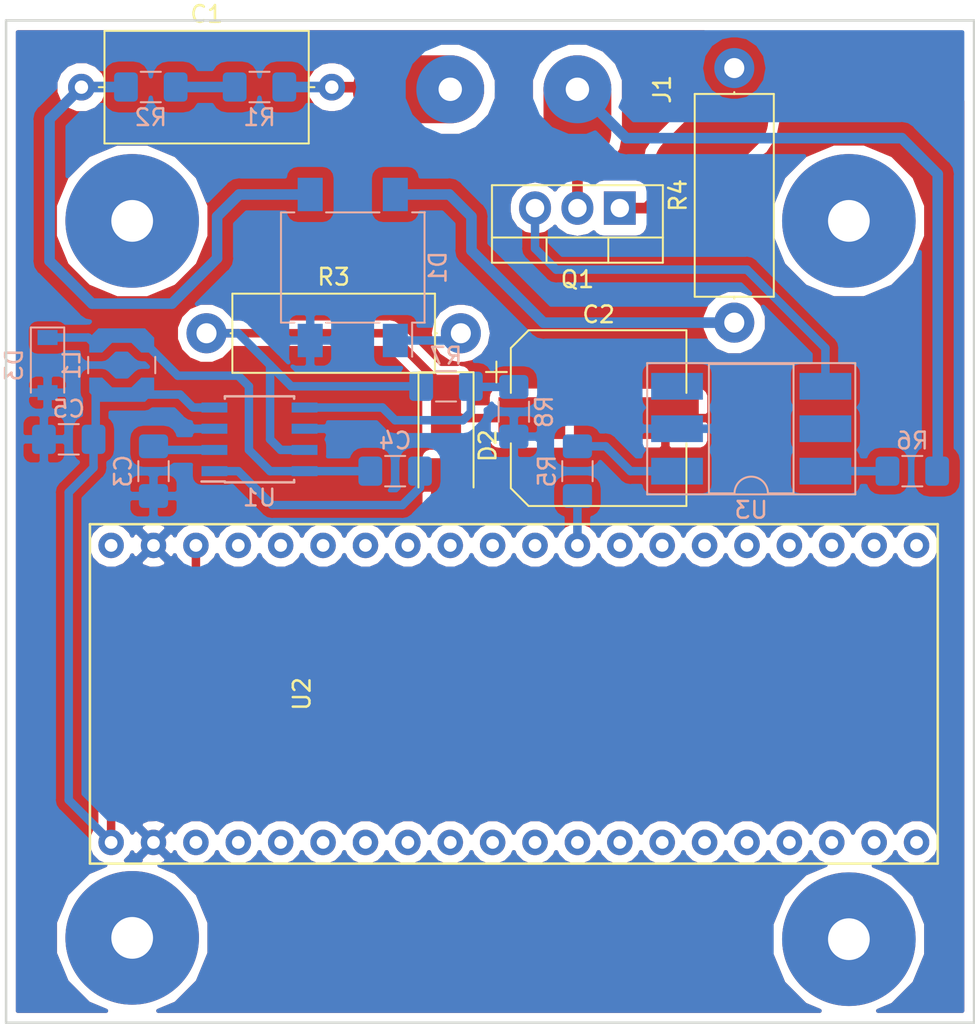
<source format=kicad_pcb>
(kicad_pcb (version 20171130) (host pcbnew "(5.0.0-3-g5ebb6b6)")

  (general
    (thickness 1.6)
    (drawings 5)
    (tracks 101)
    (zones 0)
    (modules 22)
    (nets 56)
  )

  (page A4)
  (layers
    (0 F.Cu signal)
    (31 B.Cu signal)
    (32 B.Adhes user)
    (33 F.Adhes user)
    (34 B.Paste user)
    (35 F.Paste user)
    (36 B.SilkS user)
    (37 F.SilkS user)
    (38 B.Mask user)
    (39 F.Mask user)
    (40 Dwgs.User user)
    (41 Cmts.User user)
    (42 Eco1.User user)
    (43 Eco2.User user)
    (44 Edge.Cuts user)
    (45 Margin user)
    (46 B.CrtYd user)
    (47 F.CrtYd user)
    (48 B.Fab user hide)
    (49 F.Fab user hide)
  )

  (setup
    (last_trace_width 0.508)
    (trace_clearance 0.254)
    (zone_clearance 0.508)
    (zone_45_only no)
    (trace_min 0.1524)
    (segment_width 0.2)
    (edge_width 0.15)
    (via_size 2)
    (via_drill 0.6)
    (via_min_size 0.6858)
    (via_min_drill 0.3302)
    (uvia_size 0.3)
    (uvia_drill 0.1)
    (uvias_allowed no)
    (uvia_min_size 0.2)
    (uvia_min_drill 0.1)
    (pcb_text_width 0.3)
    (pcb_text_size 1.5 1.5)
    (mod_edge_width 0.15)
    (mod_text_size 1 1)
    (mod_text_width 0.15)
    (pad_size 3.1 1.6)
    (pad_drill 0)
    (pad_to_mask_clearance 0.2)
    (aux_axis_origin 0 0)
    (visible_elements FFFFFF7F)
    (pcbplotparams
      (layerselection 0x00000_ffffffff)
      (usegerberextensions false)
      (usegerberattributes false)
      (usegerberadvancedattributes false)
      (creategerberjobfile false)
      (excludeedgelayer false)
      (linewidth 0.100000)
      (plotframeref false)
      (viasonmask false)
      (mode 1)
      (useauxorigin false)
      (hpglpennumber 1)
      (hpglpenspeed 20)
      (hpglpendiameter 15.000000)
      (psnegative false)
      (psa4output false)
      (plotreference false)
      (plotvalue false)
      (plotinvisibletext false)
      (padsonsilk true)
      (subtractmaskfromsilk false)
      (outputformat 1)
      (mirror false)
      (drillshape 0)
      (scaleselection 1)
      (outputdirectory "Gerbers/"))
  )

  (net 0 "")
  (net 1 "Net-(C1-Pad1)")
  (net 2 AC)
  (net 3 Earth)
  (net 4 +3V3)
  (net 5 "Net-(D1-Pad1)")
  (net 6 "Net-(D1-Pad4)")
  (net 7 "Net-(J1-Pad2)")
  (net 8 NEUT)
  (net 9 "Net-(Q1-Pad3)")
  (net 10 "Net-(R1-Pad1)")
  (net 11 "Net-(R5-Pad1)")
  (net 12 "Net-(R5-Pad2)")
  (net 13 "Net-(U2-Pad1)")
  (net 14 "Net-(U2-Pad2)")
  (net 15 "Net-(U2-Pad3)")
  (net 16 "Net-(U2-Pad4)")
  (net 17 "Net-(U2-Pad5)")
  (net 18 "Net-(U2-Pad6)")
  (net 19 "Net-(U2-Pad7)")
  (net 20 "Net-(U2-Pad9)")
  (net 21 "Net-(U2-Pad10)")
  (net 22 "Net-(U2-Pad11)")
  (net 23 "Net-(U2-Pad12)")
  (net 24 "Net-(U2-Pad13)")
  (net 25 "Net-(U2-Pad14)")
  (net 26 "Net-(U2-Pad15)")
  (net 27 "Net-(U2-Pad16)")
  (net 28 "Net-(U2-Pad17)")
  (net 29 "Net-(U2-Pad18)")
  (net 30 "Net-(U2-Pad21)")
  (net 31 "Net-(U2-Pad22)")
  (net 32 "Net-(U2-Pad23)")
  (net 33 "Net-(U2-Pad24)")
  (net 34 "Net-(U2-Pad25)")
  (net 35 "Net-(U2-Pad26)")
  (net 36 "Net-(U2-Pad27)")
  (net 37 "Net-(U2-Pad28)")
  (net 38 "Net-(U2-Pad30)")
  (net 39 "Net-(U2-Pad31)")
  (net 40 "Net-(U2-Pad32)")
  (net 41 "Net-(U2-Pad33)")
  (net 42 "Net-(U2-Pad34)")
  (net 43 "Net-(U2-Pad35)")
  (net 44 "Net-(U2-Pad36)")
  (net 45 "Net-(U2-Pad37)")
  (net 46 "Net-(U2-Pad40)")
  (net 47 "Net-(U3-Pad5)")
  (net 48 "Net-(U3-Pad3)")
  (net 49 "Net-(C3-Pad1)")
  (net 50 "Net-(C4-Pad2)")
  (net 51 "Net-(C4-Pad1)")
  (net 52 "Net-(R6-Pad2)")
  (net 53 /+68V)
  (net 54 "Net-(R7-Pad1)")
  (net 55 "Net-(U2-Pad8)")

  (net_class Default "This is the default net class."
    (clearance 0.254)
    (trace_width 0.508)
    (via_dia 2)
    (via_drill 0.6)
    (uvia_dia 0.3)
    (uvia_drill 0.1)
    (add_net +3V3)
    (add_net /+68V)
    (add_net Earth)
    (add_net "Net-(C3-Pad1)")
    (add_net "Net-(C4-Pad1)")
    (add_net "Net-(C4-Pad2)")
    (add_net "Net-(D1-Pad1)")
    (add_net "Net-(Q1-Pad3)")
    (add_net "Net-(R5-Pad1)")
    (add_net "Net-(R5-Pad2)")
    (add_net "Net-(R6-Pad2)")
    (add_net "Net-(R7-Pad1)")
    (add_net "Net-(U2-Pad1)")
    (add_net "Net-(U2-Pad10)")
    (add_net "Net-(U2-Pad11)")
    (add_net "Net-(U2-Pad12)")
    (add_net "Net-(U2-Pad13)")
    (add_net "Net-(U2-Pad14)")
    (add_net "Net-(U2-Pad15)")
    (add_net "Net-(U2-Pad16)")
    (add_net "Net-(U2-Pad17)")
    (add_net "Net-(U2-Pad18)")
    (add_net "Net-(U2-Pad2)")
    (add_net "Net-(U2-Pad21)")
    (add_net "Net-(U2-Pad22)")
    (add_net "Net-(U2-Pad23)")
    (add_net "Net-(U2-Pad24)")
    (add_net "Net-(U2-Pad25)")
    (add_net "Net-(U2-Pad26)")
    (add_net "Net-(U2-Pad27)")
    (add_net "Net-(U2-Pad28)")
    (add_net "Net-(U2-Pad3)")
    (add_net "Net-(U2-Pad30)")
    (add_net "Net-(U2-Pad31)")
    (add_net "Net-(U2-Pad32)")
    (add_net "Net-(U2-Pad33)")
    (add_net "Net-(U2-Pad34)")
    (add_net "Net-(U2-Pad35)")
    (add_net "Net-(U2-Pad36)")
    (add_net "Net-(U2-Pad37)")
    (add_net "Net-(U2-Pad4)")
    (add_net "Net-(U2-Pad40)")
    (add_net "Net-(U2-Pad5)")
    (add_net "Net-(U2-Pad6)")
    (add_net "Net-(U2-Pad7)")
    (add_net "Net-(U2-Pad8)")
    (add_net "Net-(U2-Pad9)")
    (add_net "Net-(U3-Pad3)")
    (add_net "Net-(U3-Pad5)")
  )

  (net_class AC230V ""
    (clearance 0.635)
    (trace_width 0.635)
    (via_dia 2)
    (via_drill 1.5)
    (uvia_dia 0.3)
    (uvia_drill 0.1)
    (add_net "Net-(C1-Pad1)")
    (add_net "Net-(D1-Pad4)")
    (add_net "Net-(R1-Pad1)")
  )

  (net_class AC230V_HIGH_POWER ""
    (clearance 0.635)
    (trace_width 0.635)
    (via_dia 6)
    (via_drill 1.5)
    (uvia_dia 0.3)
    (uvia_drill 0.1)
    (add_net AC)
    (add_net NEUT)
    (add_net "Net-(J1-Pad2)")
  )

  (module Capacitor_THT:C_Axial_L12.0mm_D6.5mm_P15.00mm_Horizontal (layer F.Cu) (tedit 5AE50EF0) (tstamp 5BFC874B)
    (at 111.252 45.593)
    (descr "C, Axial series, Axial, Horizontal, pin pitch=15mm, , length*diameter=12*6.5mm^2, http://cdn-reichelt.de/documents/datenblatt/B300/STYROFLEX.pdf")
    (tags "C Axial series Axial Horizontal pin pitch 15mm  length 12mm diameter 6.5mm")
    (path /5B7C0430)
    (fp_text reference C1 (at 7.5 -4.37) (layer F.SilkS)
      (effects (font (size 1 1) (thickness 0.15)))
    )
    (fp_text value "X2 150n" (at 7.5 4.37) (layer F.Fab)
      (effects (font (size 1 1) (thickness 0.15)))
    )
    (fp_line (start 1.5 -3.25) (end 1.5 3.25) (layer F.Fab) (width 0.1))
    (fp_line (start 1.5 3.25) (end 13.5 3.25) (layer F.Fab) (width 0.1))
    (fp_line (start 13.5 3.25) (end 13.5 -3.25) (layer F.Fab) (width 0.1))
    (fp_line (start 13.5 -3.25) (end 1.5 -3.25) (layer F.Fab) (width 0.1))
    (fp_line (start 0 0) (end 1.5 0) (layer F.Fab) (width 0.1))
    (fp_line (start 15 0) (end 13.5 0) (layer F.Fab) (width 0.1))
    (fp_line (start 1.38 -3.37) (end 1.38 3.37) (layer F.SilkS) (width 0.12))
    (fp_line (start 1.38 3.37) (end 13.62 3.37) (layer F.SilkS) (width 0.12))
    (fp_line (start 13.62 3.37) (end 13.62 -3.37) (layer F.SilkS) (width 0.12))
    (fp_line (start 13.62 -3.37) (end 1.38 -3.37) (layer F.SilkS) (width 0.12))
    (fp_line (start 1.04 0) (end 1.38 0) (layer F.SilkS) (width 0.12))
    (fp_line (start 13.96 0) (end 13.62 0) (layer F.SilkS) (width 0.12))
    (fp_line (start -1.05 -3.5) (end -1.05 3.5) (layer F.CrtYd) (width 0.05))
    (fp_line (start -1.05 3.5) (end 16.05 3.5) (layer F.CrtYd) (width 0.05))
    (fp_line (start 16.05 3.5) (end 16.05 -3.5) (layer F.CrtYd) (width 0.05))
    (fp_line (start 16.05 -3.5) (end -1.05 -3.5) (layer F.CrtYd) (width 0.05))
    (fp_text user %R (at 7.5 0) (layer F.Fab)
      (effects (font (size 1 1) (thickness 0.15)))
    )
    (pad 1 thru_hole circle (at 0 0) (size 1.6 1.6) (drill 0.8) (layers *.Cu *.Mask)
      (net 1 "Net-(C1-Pad1)"))
    (pad 2 thru_hole oval (at 15 0) (size 1.6 1.6) (drill 0.8) (layers *.Cu *.Mask)
      (net 2 AC))
    (model ${KISYS3DMOD}/Capacitor_THT.3dshapes/C_Axial_L12.0mm_D6.5mm_P15.00mm_Horizontal.wrl
      (at (xyz 0 0 0))
      (scale (xyz 1 1 1))
      (rotate (xyz 0 0 0))
    )
  )

  (module Capacitor_SMD:CP_Elec_10x10 (layer F.Cu) (tedit 5A841F9D) (tstamp 5BFC8773)
    (at 142.24 65.405)
    (descr "SMT capacitor, aluminium electrolytic, 10x10, Nichicon ")
    (tags "Capacitor Electrolytic")
    (path /5B7C0ACF)
    (attr smd)
    (fp_text reference C2 (at 0 -6.2) (layer F.SilkS)
      (effects (font (size 1 1) (thickness 0.15)))
    )
    (fp_text value 47u (at 0 6.2) (layer F.Fab)
      (effects (font (size 1 1) (thickness 0.15)))
    )
    (fp_circle (center 0 0) (end 5 0) (layer F.Fab) (width 0.1))
    (fp_line (start 5.15 -5.15) (end 5.15 5.15) (layer F.Fab) (width 0.1))
    (fp_line (start -4.15 -5.15) (end 5.15 -5.15) (layer F.Fab) (width 0.1))
    (fp_line (start -4.15 5.15) (end 5.15 5.15) (layer F.Fab) (width 0.1))
    (fp_line (start -5.15 -4.15) (end -5.15 4.15) (layer F.Fab) (width 0.1))
    (fp_line (start -5.15 -4.15) (end -4.15 -5.15) (layer F.Fab) (width 0.1))
    (fp_line (start -5.15 4.15) (end -4.15 5.15) (layer F.Fab) (width 0.1))
    (fp_line (start -4.558325 -1.7) (end -3.558325 -1.7) (layer F.Fab) (width 0.1))
    (fp_line (start -4.058325 -2.2) (end -4.058325 -1.2) (layer F.Fab) (width 0.1))
    (fp_line (start 5.26 5.26) (end 5.26 1.51) (layer F.SilkS) (width 0.12))
    (fp_line (start 5.26 -5.26) (end 5.26 -1.51) (layer F.SilkS) (width 0.12))
    (fp_line (start -4.195563 -5.26) (end 5.26 -5.26) (layer F.SilkS) (width 0.12))
    (fp_line (start -4.195563 5.26) (end 5.26 5.26) (layer F.SilkS) (width 0.12))
    (fp_line (start -5.26 4.195563) (end -5.26 1.51) (layer F.SilkS) (width 0.12))
    (fp_line (start -5.26 -4.195563) (end -5.26 -1.51) (layer F.SilkS) (width 0.12))
    (fp_line (start -5.26 -4.195563) (end -4.195563 -5.26) (layer F.SilkS) (width 0.12))
    (fp_line (start -5.26 4.195563) (end -4.195563 5.26) (layer F.SilkS) (width 0.12))
    (fp_line (start -6.75 -2.76) (end -5.5 -2.76) (layer F.SilkS) (width 0.12))
    (fp_line (start -6.125 -3.385) (end -6.125 -2.135) (layer F.SilkS) (width 0.12))
    (fp_line (start 5.4 -5.4) (end 5.4 -1.5) (layer F.CrtYd) (width 0.05))
    (fp_line (start 5.4 -1.5) (end 6.25 -1.5) (layer F.CrtYd) (width 0.05))
    (fp_line (start 6.25 -1.5) (end 6.25 1.5) (layer F.CrtYd) (width 0.05))
    (fp_line (start 6.25 1.5) (end 5.4 1.5) (layer F.CrtYd) (width 0.05))
    (fp_line (start 5.4 1.5) (end 5.4 5.4) (layer F.CrtYd) (width 0.05))
    (fp_line (start -4.25 5.4) (end 5.4 5.4) (layer F.CrtYd) (width 0.05))
    (fp_line (start -4.25 -5.4) (end 5.4 -5.4) (layer F.CrtYd) (width 0.05))
    (fp_line (start -5.4 4.25) (end -4.25 5.4) (layer F.CrtYd) (width 0.05))
    (fp_line (start -5.4 -4.25) (end -4.25 -5.4) (layer F.CrtYd) (width 0.05))
    (fp_line (start -5.4 -4.25) (end -5.4 -1.5) (layer F.CrtYd) (width 0.05))
    (fp_line (start -5.4 1.5) (end -5.4 4.25) (layer F.CrtYd) (width 0.05))
    (fp_line (start -5.4 -1.5) (end -6.25 -1.5) (layer F.CrtYd) (width 0.05))
    (fp_line (start -6.25 -1.5) (end -6.25 1.5) (layer F.CrtYd) (width 0.05))
    (fp_line (start -6.25 1.5) (end -5.4 1.5) (layer F.CrtYd) (width 0.05))
    (fp_text user %R (at 0 0) (layer F.Fab)
      (effects (font (size 1 1) (thickness 0.15)))
    )
    (pad 1 smd rect (at -4 0) (size 4 2.5) (layers F.Cu F.Paste F.Mask)
      (net 53 /+68V))
    (pad 2 smd rect (at 4 0) (size 4 2.5) (layers F.Cu F.Paste F.Mask)
      (net 3 Earth))
    (model ${KISYS3DMOD}/Capacitor_SMD.3dshapes/CP_Elec_10x10.wrl
      (at (xyz 0 0 0))
      (scale (xyz 1 1 1))
      (rotate (xyz 0 0 0))
    )
  )

  (module Capacitor_SMD:C_1206_3216Metric_Pad1.42x1.75mm_HandSolder (layer B.Cu) (tedit 5B301BBE) (tstamp 5BFC8784)
    (at 115.57 68.58 270)
    (descr "Capacitor SMD 1206 (3216 Metric), square (rectangular) end terminal, IPC_7351 nominal with elongated pad for handsoldering. (Body size source: http://www.tortai-tech.com/upload/download/2011102023233369053.pdf), generated with kicad-footprint-generator")
    (tags "capacitor handsolder")
    (path /5B7C0F00)
    (attr smd)
    (fp_text reference C3 (at 0 1.82 270) (layer B.SilkS)
      (effects (font (size 1 1) (thickness 0.15)) (justify mirror))
    )
    (fp_text value 100n (at 0 -1.82 270) (layer B.Fab)
      (effects (font (size 1 1) (thickness 0.15)) (justify mirror))
    )
    (fp_line (start -1.6 -0.8) (end -1.6 0.8) (layer B.Fab) (width 0.1))
    (fp_line (start -1.6 0.8) (end 1.6 0.8) (layer B.Fab) (width 0.1))
    (fp_line (start 1.6 0.8) (end 1.6 -0.8) (layer B.Fab) (width 0.1))
    (fp_line (start 1.6 -0.8) (end -1.6 -0.8) (layer B.Fab) (width 0.1))
    (fp_line (start -0.602064 0.91) (end 0.602064 0.91) (layer B.SilkS) (width 0.12))
    (fp_line (start -0.602064 -0.91) (end 0.602064 -0.91) (layer B.SilkS) (width 0.12))
    (fp_line (start -2.45 -1.12) (end -2.45 1.12) (layer B.CrtYd) (width 0.05))
    (fp_line (start -2.45 1.12) (end 2.45 1.12) (layer B.CrtYd) (width 0.05))
    (fp_line (start 2.45 1.12) (end 2.45 -1.12) (layer B.CrtYd) (width 0.05))
    (fp_line (start 2.45 -1.12) (end -2.45 -1.12) (layer B.CrtYd) (width 0.05))
    (fp_text user %R (at 0 0 270) (layer B.Fab)
      (effects (font (size 0.8 0.8) (thickness 0.12)) (justify mirror))
    )
    (pad 1 smd roundrect (at -1.4875 0 270) (size 1.425 1.75) (layers B.Cu B.Paste B.Mask) (roundrect_rratio 0.175439)
      (net 49 "Net-(C3-Pad1)"))
    (pad 2 smd roundrect (at 1.4875 0 270) (size 1.425 1.75) (layers B.Cu B.Paste B.Mask) (roundrect_rratio 0.175439)
      (net 3 Earth))
    (model ${KISYS3DMOD}/Capacitor_SMD.3dshapes/C_1206_3216Metric.wrl
      (at (xyz 0 0 0))
      (scale (xyz 1 1 1))
      (rotate (xyz 0 0 0))
    )
  )

  (module Capacitor_SMD:C_1206_3216Metric_Pad1.42x1.75mm_HandSolder (layer B.Cu) (tedit 5B301BBE) (tstamp 5BFC8795)
    (at 130.048 68.58 180)
    (descr "Capacitor SMD 1206 (3216 Metric), square (rectangular) end terminal, IPC_7351 nominal with elongated pad for handsoldering. (Body size source: http://www.tortai-tech.com/upload/download/2011102023233369053.pdf), generated with kicad-footprint-generator")
    (tags "capacitor handsolder")
    (path /5B7C0F6A)
    (attr smd)
    (fp_text reference C4 (at 0 1.82 180) (layer B.SilkS)
      (effects (font (size 1 1) (thickness 0.15)) (justify mirror))
    )
    (fp_text value 100n (at 0 -1.82 180) (layer B.Fab)
      (effects (font (size 1 1) (thickness 0.15)) (justify mirror))
    )
    (fp_text user %R (at 0 0 180) (layer B.Fab)
      (effects (font (size 0.8 0.8) (thickness 0.12)) (justify mirror))
    )
    (fp_line (start 2.45 -1.12) (end -2.45 -1.12) (layer B.CrtYd) (width 0.05))
    (fp_line (start 2.45 1.12) (end 2.45 -1.12) (layer B.CrtYd) (width 0.05))
    (fp_line (start -2.45 1.12) (end 2.45 1.12) (layer B.CrtYd) (width 0.05))
    (fp_line (start -2.45 -1.12) (end -2.45 1.12) (layer B.CrtYd) (width 0.05))
    (fp_line (start -0.602064 -0.91) (end 0.602064 -0.91) (layer B.SilkS) (width 0.12))
    (fp_line (start -0.602064 0.91) (end 0.602064 0.91) (layer B.SilkS) (width 0.12))
    (fp_line (start 1.6 -0.8) (end -1.6 -0.8) (layer B.Fab) (width 0.1))
    (fp_line (start 1.6 0.8) (end 1.6 -0.8) (layer B.Fab) (width 0.1))
    (fp_line (start -1.6 0.8) (end 1.6 0.8) (layer B.Fab) (width 0.1))
    (fp_line (start -1.6 -0.8) (end -1.6 0.8) (layer B.Fab) (width 0.1))
    (pad 2 smd roundrect (at 1.4875 0 180) (size 1.425 1.75) (layers B.Cu B.Paste B.Mask) (roundrect_rratio 0.175439)
      (net 50 "Net-(C4-Pad2)"))
    (pad 1 smd roundrect (at -1.4875 0 180) (size 1.425 1.75) (layers B.Cu B.Paste B.Mask) (roundrect_rratio 0.175439)
      (net 51 "Net-(C4-Pad1)"))
    (model ${KISYS3DMOD}/Capacitor_SMD.3dshapes/C_1206_3216Metric.wrl
      (at (xyz 0 0 0))
      (scale (xyz 1 1 1))
      (rotate (xyz 0 0 0))
    )
  )

  (module Capacitor_SMD:C_1206_3216Metric_Pad1.42x1.75mm_HandSolder (layer B.Cu) (tedit 5B301BBE) (tstamp 5BFC87A6)
    (at 110.49 66.675 180)
    (descr "Capacitor SMD 1206 (3216 Metric), square (rectangular) end terminal, IPC_7351 nominal with elongated pad for handsoldering. (Body size source: http://www.tortai-tech.com/upload/download/2011102023233369053.pdf), generated with kicad-footprint-generator")
    (tags "capacitor handsolder")
    (path /5BD7891E)
    (attr smd)
    (fp_text reference C5 (at 0 1.82 180) (layer B.SilkS)
      (effects (font (size 1 1) (thickness 0.15)) (justify mirror))
    )
    (fp_text value 33u (at 0 -1.82 180) (layer B.Fab)
      (effects (font (size 1 1) (thickness 0.15)) (justify mirror))
    )
    (fp_line (start -1.6 -0.8) (end -1.6 0.8) (layer B.Fab) (width 0.1))
    (fp_line (start -1.6 0.8) (end 1.6 0.8) (layer B.Fab) (width 0.1))
    (fp_line (start 1.6 0.8) (end 1.6 -0.8) (layer B.Fab) (width 0.1))
    (fp_line (start 1.6 -0.8) (end -1.6 -0.8) (layer B.Fab) (width 0.1))
    (fp_line (start -0.602064 0.91) (end 0.602064 0.91) (layer B.SilkS) (width 0.12))
    (fp_line (start -0.602064 -0.91) (end 0.602064 -0.91) (layer B.SilkS) (width 0.12))
    (fp_line (start -2.45 -1.12) (end -2.45 1.12) (layer B.CrtYd) (width 0.05))
    (fp_line (start -2.45 1.12) (end 2.45 1.12) (layer B.CrtYd) (width 0.05))
    (fp_line (start 2.45 1.12) (end 2.45 -1.12) (layer B.CrtYd) (width 0.05))
    (fp_line (start 2.45 -1.12) (end -2.45 -1.12) (layer B.CrtYd) (width 0.05))
    (fp_text user %R (at 0 0 180) (layer B.Fab)
      (effects (font (size 0.8 0.8) (thickness 0.12)) (justify mirror))
    )
    (pad 1 smd roundrect (at -1.4875 0 180) (size 1.425 1.75) (layers B.Cu B.Paste B.Mask) (roundrect_rratio 0.175439)
      (net 4 +3V3))
    (pad 2 smd roundrect (at 1.4875 0 180) (size 1.425 1.75) (layers B.Cu B.Paste B.Mask) (roundrect_rratio 0.175439)
      (net 3 Earth))
    (model ${KISYS3DMOD}/Capacitor_SMD.3dshapes/C_1206_3216Metric.wrl
      (at (xyz 0 0 0))
      (scale (xyz 1 1 1))
      (rotate (xyz 0 0 0))
    )
  )

  (module Diode_SMD:Diode_Bridge_Vishay_DFS (layer B.Cu) (tedit 5A4F675E) (tstamp 5BFC87C3)
    (at 127.508 56.388 90)
    (descr "SMD diode bridge DFS, see http://www.vishay.com/docs/88854/padlayouts.pdf")
    (tags DFS)
    (path /5B7C078B)
    (attr smd)
    (fp_text reference D1 (at 0 5.1 90) (layer B.SilkS)
      (effects (font (size 1 1) (thickness 0.15)) (justify mirror))
    )
    (fp_text value D_Bridge (at 0 -5.2 90) (layer B.Fab)
      (effects (font (size 1 1) (thickness 0.15)) (justify mirror))
    )
    (fp_line (start 3.302 4.318) (end 3.302 4.318) (layer B.SilkS) (width 0.12))
    (fp_line (start 3.302 3.556) (end 3.302 4.318) (layer B.SilkS) (width 0.12))
    (fp_line (start -5.334 3.556) (end -5.334 3.556) (layer B.SilkS) (width 0.12))
    (fp_line (start -3.302 3.556) (end -5.334 3.556) (layer B.SilkS) (width 0.12))
    (fp_line (start -3.302 4.318) (end -3.302 3.556) (layer B.SilkS) (width 0.12))
    (fp_text user %R (at 0 0.065 90) (layer B.Fab)
      (effects (font (size 1 1) (thickness 0.15)) (justify mirror))
    )
    (fp_line (start -3.3 -3.5) (end -3.3 -4.3) (layer B.SilkS) (width 0.12))
    (fp_line (start -3.3 -4.3) (end 3.3 -4.3) (layer B.SilkS) (width 0.12))
    (fp_line (start 3.3 -4.3) (end 3.3 -3.5) (layer B.SilkS) (width 0.12))
    (fp_line (start -3.3 1.6) (end -3.3 -1.6) (layer B.SilkS) (width 0.12))
    (fp_line (start 3.3 1.6) (end 3.3 -1.6) (layer B.SilkS) (width 0.12))
    (fp_line (start -3.3 4.3) (end 3.3 4.3) (layer B.SilkS) (width 0.12))
    (fp_line (start 3.2 4.2) (end 3.2 -4.2) (layer B.Fab) (width 0.12))
    (fp_line (start 3.2 -4.2) (end -3.2 -4.2) (layer B.Fab) (width 0.12))
    (fp_line (start -3.2 -4.2) (end -3.2 3.3) (layer B.Fab) (width 0.12))
    (fp_line (start -3.2 3.3) (end -2.3 4.2) (layer B.Fab) (width 0.12))
    (fp_line (start -2.3 4.2) (end 3.2 4.2) (layer B.Fab) (width 0.12))
    (fp_line (start -5.62 4.45) (end 5.62 4.45) (layer B.CrtYd) (width 0.05))
    (fp_line (start -5.62 4.45) (end -5.62 -4.45) (layer B.CrtYd) (width 0.05))
    (fp_line (start 5.62 -4.45) (end 5.62 4.45) (layer B.CrtYd) (width 0.05))
    (fp_line (start 5.62 -4.45) (end -5.62 -4.45) (layer B.CrtYd) (width 0.05))
    (pad 1 smd rect (at -4.37 2.55 90) (size 2 1.5) (layers B.Cu B.Paste B.Mask)
      (net 5 "Net-(D1-Pad1)"))
    (pad 2 smd rect (at -4.37 -2.55 90) (size 2 1.5) (layers B.Cu B.Paste B.Mask)
      (net 3 Earth))
    (pad 3 smd rect (at 4.37 -2.55 90) (size 2 1.5) (layers B.Cu B.Paste B.Mask)
      (net 1 "Net-(C1-Pad1)"))
    (pad 4 smd rect (at 4.37 2.55 90) (size 2 1.5) (layers B.Cu B.Paste B.Mask)
      (net 6 "Net-(D1-Pad4)"))
    (model ${KISYS3DMOD}/Diode_SMD.3dshapes/Diode_Bridge_Vishay_DFS.wrl
      (at (xyz 0 0 0))
      (scale (xyz 1 1 1))
      (rotate (xyz 0 0 0))
    )
  )

  (module Diode_SMD:D_SOD-123 (layer B.Cu) (tedit 58645DC7) (tstamp 5BFC87F5)
    (at 109.22 62.23 270)
    (descr SOD-123)
    (tags SOD-123)
    (path /5BDABD4B)
    (attr smd)
    (fp_text reference D3 (at 0 2 270) (layer B.SilkS)
      (effects (font (size 1 1) (thickness 0.15)) (justify mirror))
    )
    (fp_text value D_Schottky (at 0 -2.1 270) (layer B.Fab)
      (effects (font (size 1 1) (thickness 0.15)) (justify mirror))
    )
    (fp_line (start -2.25 1) (end 1.65 1) (layer B.SilkS) (width 0.12))
    (fp_line (start -2.25 -1) (end 1.65 -1) (layer B.SilkS) (width 0.12))
    (fp_line (start -2.35 1.15) (end -2.35 -1.15) (layer B.CrtYd) (width 0.05))
    (fp_line (start 2.35 -1.15) (end -2.35 -1.15) (layer B.CrtYd) (width 0.05))
    (fp_line (start 2.35 1.15) (end 2.35 -1.15) (layer B.CrtYd) (width 0.05))
    (fp_line (start -2.35 1.15) (end 2.35 1.15) (layer B.CrtYd) (width 0.05))
    (fp_line (start -1.4 0.9) (end 1.4 0.9) (layer B.Fab) (width 0.1))
    (fp_line (start 1.4 0.9) (end 1.4 -0.9) (layer B.Fab) (width 0.1))
    (fp_line (start 1.4 -0.9) (end -1.4 -0.9) (layer B.Fab) (width 0.1))
    (fp_line (start -1.4 -0.9) (end -1.4 0.9) (layer B.Fab) (width 0.1))
    (fp_line (start -0.75 0) (end -0.35 0) (layer B.Fab) (width 0.1))
    (fp_line (start -0.35 0) (end -0.35 0.55) (layer B.Fab) (width 0.1))
    (fp_line (start -0.35 0) (end -0.35 -0.55) (layer B.Fab) (width 0.1))
    (fp_line (start -0.35 0) (end 0.25 0.4) (layer B.Fab) (width 0.1))
    (fp_line (start 0.25 0.4) (end 0.25 -0.4) (layer B.Fab) (width 0.1))
    (fp_line (start 0.25 -0.4) (end -0.35 0) (layer B.Fab) (width 0.1))
    (fp_line (start 0.25 0) (end 0.75 0) (layer B.Fab) (width 0.1))
    (fp_line (start -2.25 1) (end -2.25 -1) (layer B.SilkS) (width 0.12))
    (fp_text user %R (at 0 2 270) (layer B.Fab)
      (effects (font (size 1 1) (thickness 0.15)) (justify mirror))
    )
    (pad 2 smd rect (at 1.65 0 270) (size 0.9 1.2) (layers B.Cu B.Paste B.Mask)
      (net 3 Earth))
    (pad 1 smd rect (at -1.65 0 270) (size 0.9 1.2) (layers B.Cu B.Paste B.Mask)
      (net 50 "Net-(C4-Pad2)"))
    (model ${KISYS3DMOD}/Diode_SMD.3dshapes/D_SOD-123.wrl
      (at (xyz 0 0 0))
      (scale (xyz 1 1 1))
      (rotate (xyz 0 0 0))
    )
  )

  (module SmartPlug:230V_OUT (layer F.Cu) (tedit 5BD8D3BD) (tstamp 5BFC87FB)
    (at 137.16 45.72 90)
    (path /5BD93F43)
    (fp_text reference J1 (at 0 8.89 90) (layer F.SilkS)
      (effects (font (size 1 1) (thickness 0.15)))
    )
    (fp_text value Conn_WallSocket (at 0 -8.89 90) (layer F.Fab)
      (effects (font (size 1 1) (thickness 0.15)))
    )
    (pad 1 thru_hole circle (at 0 -3.81 90) (size 4.064 4.064) (drill 1.4) (layers *.Cu *.Mask)
      (net 2 AC))
    (pad 2 thru_hole circle (at 0 3.81 90) (size 4.064 4.064) (drill 1.4) (layers *.Cu *.Mask)
      (net 7 "Net-(J1-Pad2)"))
  )

  (module Inductor_SMD:L_Coilcraft_LPS4018 (layer B.Cu) (tedit 5A5CD04D) (tstamp 5BFC8820)
    (at 113.665 62.23 270)
    (descr "SMD Inductor Coilcraft LPS4018 https://www.coilcraft.com/misc/lps4018d.html")
    (tags "L Coilcraft LPS4018")
    (path /5BD78D82)
    (attr smd)
    (fp_text reference L1 (at 0 3 270) (layer B.SilkS)
      (effects (font (size 1 1) (thickness 0.15)) (justify mirror))
    )
    (fp_text value 200u (at 0 -3 270) (layer B.Fab)
      (effects (font (size 1 1) (thickness 0.15)) (justify mirror))
    )
    (fp_line (start 1.75 2.2) (end 2.45 1.5) (layer B.CrtYd) (width 0.05))
    (fp_line (start -0.49 2.01) (end 0.49 2.01) (layer B.SilkS) (width 0.12))
    (fp_line (start 1.2 1.95) (end 1.95 1.2) (layer B.Fab) (width 0.1))
    (fp_line (start -1.95 1.2) (end -1.21 1.95) (layer B.Fab) (width 0.1))
    (fp_line (start -1.95 -1.2) (end -1.2 -1.95) (layer B.Fab) (width 0.1))
    (fp_line (start 1.2 -1.95) (end 1.95 -1.2) (layer B.Fab) (width 0.1))
    (fp_text user %R (at 0 0 270) (layer B.Fab)
      (effects (font (size 0.8 0.8) (thickness 0.12)) (justify mirror))
    )
    (fp_line (start 2.45 1.5) (end 2.45 -1.5) (layer B.CrtYd) (width 0.05))
    (fp_line (start -1.75 2.2) (end 1.75 2.2) (layer B.CrtYd) (width 0.05))
    (fp_line (start -1.95 -1.2) (end -1.95 1.2) (layer B.Fab) (width 0.1))
    (fp_line (start 1.2 -1.95) (end -1.2 -1.95) (layer B.Fab) (width 0.1))
    (fp_line (start 1.95 1.2) (end 1.95 -1.2) (layer B.Fab) (width 0.1))
    (fp_line (start -1.2 1.95) (end 1.2 1.95) (layer B.Fab) (width 0.1))
    (fp_line (start -0.49 -2.01) (end 0.49 -2.01) (layer B.SilkS) (width 0.12))
    (fp_line (start -1.75 2.2) (end -2.45 1.5) (layer B.CrtYd) (width 0.05))
    (fp_line (start -2.45 1.5) (end -2.45 -1.5) (layer B.CrtYd) (width 0.05))
    (fp_line (start -1.75 -2.2) (end 1.75 -2.2) (layer B.CrtYd) (width 0.05))
    (fp_line (start -1.75 -2.2) (end -2.45 -1.5) (layer B.CrtYd) (width 0.05))
    (fp_line (start 1.75 -2.2) (end 2.45 -1.5) (layer B.CrtYd) (width 0.05))
    (pad 1 smd rect (at -1.765 0 270) (size 0.87 2.79) (layers B.Cu B.Paste B.Mask)
      (net 50 "Net-(C4-Pad2)"))
    (pad 1 smd rect (at -1.195 1.5575 270) (size 0.89 0.775) (layers B.Cu B.Paste B.Mask)
      (net 50 "Net-(C4-Pad2)"))
    (pad 1 smd rect (at -1.219 1.0475 134.3) (size 0.5 0.831) (layers B.Cu B.Paste B.Mask)
      (net 50 "Net-(C4-Pad2)"))
    (pad 1 smd rect (at -1.7435 1.493 135.5) (size 0.5 0.789) (layers B.Cu B.Paste B.Mask)
      (net 50 "Net-(C4-Pad2)"))
    (pad 1 smd rect (at -1.7435 -1.493 44.5) (size 0.5 0.789) (layers B.Cu B.Paste B.Mask)
      (net 50 "Net-(C4-Pad2)"))
    (pad 1 smd rect (at -1.195 -1.5575 270) (size 0.89 0.775) (layers B.Cu B.Paste B.Mask)
      (net 50 "Net-(C4-Pad2)"))
    (pad 1 smd rect (at -1.219 -1.0475 45.7) (size 0.5 0.831) (layers B.Cu B.Paste B.Mask)
      (net 50 "Net-(C4-Pad2)"))
    (pad 2 smd rect (at 1.765 0 270) (size 0.87 2.79) (layers B.Cu B.Paste B.Mask)
      (net 4 +3V3))
    (pad 2 smd rect (at 1.195 1.5575 270) (size 0.89 0.775) (layers B.Cu B.Paste B.Mask)
      (net 4 +3V3))
    (pad 2 smd rect (at 1.219 1.0475 45.7) (size 0.5 0.831) (layers B.Cu B.Paste B.Mask)
      (net 4 +3V3))
    (pad 2 smd rect (at 1.7435 1.493 44.5) (size 0.5 0.789) (layers B.Cu B.Paste B.Mask)
      (net 4 +3V3))
    (pad 2 smd rect (at 1.195 -1.5575 270) (size 0.89 0.775) (layers B.Cu B.Paste B.Mask)
      (net 4 +3V3))
    (pad 2 smd rect (at 1.219 -1.0475 134.3) (size 0.5 0.831) (layers B.Cu B.Paste B.Mask)
      (net 4 +3V3))
    (pad 2 smd rect (at 1.7435 -1.493 135.5) (size 0.5 0.789) (layers B.Cu B.Paste B.Mask)
      (net 4 +3V3))
    (model ${KISYS3DMOD}/Inductor_SMD.3dshapes/L_Coilcraft_LPS4018.wrl
      (at (xyz 0 0 0))
      (scale (xyz 1 1 1))
      (rotate (xyz 0 0 0))
    )
  )

  (module Package_TO_SOT_THT:TO-220-3_Vertical (layer F.Cu) (tedit 5AC8BA0D) (tstamp 5BFC883A)
    (at 143.51 52.832 180)
    (descr "TO-220-3, Vertical, RM 2.54mm, see https://www.vishay.com/docs/66542/to-220-1.pdf")
    (tags "TO-220-3 Vertical RM 2.54mm")
    (path /5B7EDDED)
    (fp_text reference Q1 (at 2.54 -4.27 180) (layer F.SilkS)
      (effects (font (size 1 1) (thickness 0.15)))
    )
    (fp_text value "BTA 12/600SW" (at 2.54 2.5 180) (layer F.Fab)
      (effects (font (size 1 1) (thickness 0.15)))
    )
    (fp_line (start -2.46 -3.15) (end -2.46 1.25) (layer F.Fab) (width 0.1))
    (fp_line (start -2.46 1.25) (end 7.54 1.25) (layer F.Fab) (width 0.1))
    (fp_line (start 7.54 1.25) (end 7.54 -3.15) (layer F.Fab) (width 0.1))
    (fp_line (start 7.54 -3.15) (end -2.46 -3.15) (layer F.Fab) (width 0.1))
    (fp_line (start -2.46 -1.88) (end 7.54 -1.88) (layer F.Fab) (width 0.1))
    (fp_line (start 0.69 -3.15) (end 0.69 -1.88) (layer F.Fab) (width 0.1))
    (fp_line (start 4.39 -3.15) (end 4.39 -1.88) (layer F.Fab) (width 0.1))
    (fp_line (start -2.58 -3.27) (end 7.66 -3.27) (layer F.SilkS) (width 0.12))
    (fp_line (start -2.58 1.371) (end 7.66 1.371) (layer F.SilkS) (width 0.12))
    (fp_line (start -2.58 -3.27) (end -2.58 1.371) (layer F.SilkS) (width 0.12))
    (fp_line (start 7.66 -3.27) (end 7.66 1.371) (layer F.SilkS) (width 0.12))
    (fp_line (start -2.58 -1.76) (end 7.66 -1.76) (layer F.SilkS) (width 0.12))
    (fp_line (start 0.69 -3.27) (end 0.69 -1.76) (layer F.SilkS) (width 0.12))
    (fp_line (start 4.391 -3.27) (end 4.391 -1.76) (layer F.SilkS) (width 0.12))
    (fp_line (start -2.71 -3.4) (end -2.71 1.51) (layer F.CrtYd) (width 0.05))
    (fp_line (start -2.71 1.51) (end 7.79 1.51) (layer F.CrtYd) (width 0.05))
    (fp_line (start 7.79 1.51) (end 7.79 -3.4) (layer F.CrtYd) (width 0.05))
    (fp_line (start 7.79 -3.4) (end -2.71 -3.4) (layer F.CrtYd) (width 0.05))
    (fp_text user %R (at 2.54 -4.27 180) (layer F.Fab)
      (effects (font (size 1 1) (thickness 0.15)))
    )
    (pad 1 thru_hole rect (at 0 0 180) (size 1.905 2) (drill 1.1) (layers *.Cu *.Mask)
      (net 8 NEUT))
    (pad 2 thru_hole oval (at 2.54 0 180) (size 1.905 2) (drill 1.1) (layers *.Cu *.Mask)
      (net 7 "Net-(J1-Pad2)"))
    (pad 3 thru_hole oval (at 5.08 0 180) (size 1.905 2) (drill 1.1) (layers *.Cu *.Mask)
      (net 9 "Net-(Q1-Pad3)"))
    (model ${KISYS3DMOD}/Package_TO_SOT_THT.3dshapes/TO-220-3_Vertical.wrl
      (at (xyz 0 0 0))
      (scale (xyz 1 1 1))
      (rotate (xyz 0 0 0))
    )
  )

  (module Resistor_SMD:R_1206_3216Metric_Pad1.42x1.75mm_HandSolder (layer B.Cu) (tedit 5B301BBD) (tstamp 5BFC9737)
    (at 121.92 45.582992)
    (descr "Resistor SMD 1206 (3216 Metric), square (rectangular) end terminal, IPC_7351 nominal with elongated pad for handsoldering. (Body size source: http://www.tortai-tech.com/upload/download/2011102023233369053.pdf), generated with kicad-footprint-generator")
    (tags "resistor handsolder")
    (path /5B7C0584)
    (attr smd)
    (fp_text reference R1 (at 0 1.82) (layer B.SilkS)
      (effects (font (size 1 1) (thickness 0.15)) (justify mirror))
    )
    (fp_text value 383k (at 0 -1.82) (layer B.Fab)
      (effects (font (size 1 1) (thickness 0.15)) (justify mirror))
    )
    (fp_text user %R (at 0 0) (layer B.Fab)
      (effects (font (size 0.8 0.8) (thickness 0.12)) (justify mirror))
    )
    (fp_line (start 2.45 -1.12) (end -2.45 -1.12) (layer B.CrtYd) (width 0.05))
    (fp_line (start 2.45 1.12) (end 2.45 -1.12) (layer B.CrtYd) (width 0.05))
    (fp_line (start -2.45 1.12) (end 2.45 1.12) (layer B.CrtYd) (width 0.05))
    (fp_line (start -2.45 -1.12) (end -2.45 1.12) (layer B.CrtYd) (width 0.05))
    (fp_line (start -0.602064 -0.91) (end 0.602064 -0.91) (layer B.SilkS) (width 0.12))
    (fp_line (start -0.602064 0.91) (end 0.602064 0.91) (layer B.SilkS) (width 0.12))
    (fp_line (start 1.6 -0.8) (end -1.6 -0.8) (layer B.Fab) (width 0.1))
    (fp_line (start 1.6 0.8) (end 1.6 -0.8) (layer B.Fab) (width 0.1))
    (fp_line (start -1.6 0.8) (end 1.6 0.8) (layer B.Fab) (width 0.1))
    (fp_line (start -1.6 -0.8) (end -1.6 0.8) (layer B.Fab) (width 0.1))
    (pad 2 smd roundrect (at 1.4875 0) (size 1.425 1.75) (layers B.Cu B.Paste B.Mask) (roundrect_rratio 0.175439)
      (net 2 AC))
    (pad 1 smd roundrect (at -1.4875 0) (size 1.425 1.75) (layers B.Cu B.Paste B.Mask) (roundrect_rratio 0.175439)
      (net 10 "Net-(R1-Pad1)"))
    (model ${KISYS3DMOD}/Resistor_SMD.3dshapes/R_1206_3216Metric.wrl
      (at (xyz 0 0 0))
      (scale (xyz 1 1 1))
      (rotate (xyz 0 0 0))
    )
  )

  (module Resistor_SMD:R_1206_3216Metric_Pad1.42x1.75mm_HandSolder (layer B.Cu) (tedit 5B301BBD) (tstamp 5BFC9767)
    (at 115.4065 45.582992)
    (descr "Resistor SMD 1206 (3216 Metric), square (rectangular) end terminal, IPC_7351 nominal with elongated pad for handsoldering. (Body size source: http://www.tortai-tech.com/upload/download/2011102023233369053.pdf), generated with kicad-footprint-generator")
    (tags "resistor handsolder")
    (path /5B7C050C)
    (attr smd)
    (fp_text reference R2 (at 0 1.82) (layer B.SilkS)
      (effects (font (size 1 1) (thickness 0.15)) (justify mirror))
    )
    (fp_text value 383k (at 0 -1.82) (layer B.Fab)
      (effects (font (size 1 1) (thickness 0.15)) (justify mirror))
    )
    (fp_line (start -1.6 -0.8) (end -1.6 0.8) (layer B.Fab) (width 0.1))
    (fp_line (start -1.6 0.8) (end 1.6 0.8) (layer B.Fab) (width 0.1))
    (fp_line (start 1.6 0.8) (end 1.6 -0.8) (layer B.Fab) (width 0.1))
    (fp_line (start 1.6 -0.8) (end -1.6 -0.8) (layer B.Fab) (width 0.1))
    (fp_line (start -0.602064 0.91) (end 0.602064 0.91) (layer B.SilkS) (width 0.12))
    (fp_line (start -0.602064 -0.91) (end 0.602064 -0.91) (layer B.SilkS) (width 0.12))
    (fp_line (start -2.45 -1.12) (end -2.45 1.12) (layer B.CrtYd) (width 0.05))
    (fp_line (start -2.45 1.12) (end 2.45 1.12) (layer B.CrtYd) (width 0.05))
    (fp_line (start 2.45 1.12) (end 2.45 -1.12) (layer B.CrtYd) (width 0.05))
    (fp_line (start 2.45 -1.12) (end -2.45 -1.12) (layer B.CrtYd) (width 0.05))
    (fp_text user %R (at 0 0) (layer B.Fab)
      (effects (font (size 0.8 0.8) (thickness 0.12)) (justify mirror))
    )
    (pad 1 smd roundrect (at -1.4875 0) (size 1.425 1.75) (layers B.Cu B.Paste B.Mask) (roundrect_rratio 0.175439)
      (net 1 "Net-(C1-Pad1)"))
    (pad 2 smd roundrect (at 1.4875 0) (size 1.425 1.75) (layers B.Cu B.Paste B.Mask) (roundrect_rratio 0.175439)
      (net 10 "Net-(R1-Pad1)"))
    (model ${KISYS3DMOD}/Resistor_SMD.3dshapes/R_1206_3216Metric.wrl
      (at (xyz 0 0 0))
      (scale (xyz 1 1 1))
      (rotate (xyz 0 0 0))
    )
  )

  (module Resistor_THT:R_Axial_DIN0414_L11.9mm_D4.5mm_P15.24mm_Horizontal (layer F.Cu) (tedit 5AE5139B) (tstamp 5BFC8873)
    (at 118.745 60.325)
    (descr "Resistor, Axial_DIN0414 series, Axial, Horizontal, pin pitch=15.24mm, 2W, length*diameter=11.9*4.5mm^2, http://www.vishay.com/docs/20128/wkxwrx.pdf")
    (tags "Resistor Axial_DIN0414 series Axial Horizontal pin pitch 15.24mm 2W length 11.9mm diameter 4.5mm")
    (path /5B7C07F8)
    (fp_text reference R3 (at 7.62 -3.37) (layer F.SilkS)
      (effects (font (size 1 1) (thickness 0.15)))
    )
    (fp_text value "100 1W" (at 7.62 3.37) (layer F.Fab)
      (effects (font (size 1 1) (thickness 0.15)))
    )
    (fp_text user %R (at 7.62 0) (layer F.Fab)
      (effects (font (size 1 1) (thickness 0.15)))
    )
    (fp_line (start 16.69 -2.5) (end -1.45 -2.5) (layer F.CrtYd) (width 0.05))
    (fp_line (start 16.69 2.5) (end 16.69 -2.5) (layer F.CrtYd) (width 0.05))
    (fp_line (start -1.45 2.5) (end 16.69 2.5) (layer F.CrtYd) (width 0.05))
    (fp_line (start -1.45 -2.5) (end -1.45 2.5) (layer F.CrtYd) (width 0.05))
    (fp_line (start 13.8 0) (end 13.69 0) (layer F.SilkS) (width 0.12))
    (fp_line (start 1.44 0) (end 1.55 0) (layer F.SilkS) (width 0.12))
    (fp_line (start 13.69 -2.37) (end 1.55 -2.37) (layer F.SilkS) (width 0.12))
    (fp_line (start 13.69 2.37) (end 13.69 -2.37) (layer F.SilkS) (width 0.12))
    (fp_line (start 1.55 2.37) (end 13.69 2.37) (layer F.SilkS) (width 0.12))
    (fp_line (start 1.55 -2.37) (end 1.55 2.37) (layer F.SilkS) (width 0.12))
    (fp_line (start 15.24 0) (end 13.57 0) (layer F.Fab) (width 0.1))
    (fp_line (start 0 0) (end 1.67 0) (layer F.Fab) (width 0.1))
    (fp_line (start 13.57 -2.25) (end 1.67 -2.25) (layer F.Fab) (width 0.1))
    (fp_line (start 13.57 2.25) (end 13.57 -2.25) (layer F.Fab) (width 0.1))
    (fp_line (start 1.67 2.25) (end 13.57 2.25) (layer F.Fab) (width 0.1))
    (fp_line (start 1.67 -2.25) (end 1.67 2.25) (layer F.Fab) (width 0.1))
    (pad 2 thru_hole oval (at 15.24 0) (size 2.4 2.4) (drill 1.2) (layers *.Cu *.Mask)
      (net 5 "Net-(D1-Pad1)"))
    (pad 1 thru_hole circle (at 0 0) (size 2.4 2.4) (drill 1.2) (layers *.Cu *.Mask)
      (net 53 /+68V))
    (model ${KISYS3DMOD}/Resistor_THT.3dshapes/R_Axial_DIN0414_L11.9mm_D4.5mm_P15.24mm_Horizontal.wrl
      (at (xyz 0 0 0))
      (scale (xyz 1 1 1))
      (rotate (xyz 0 0 0))
    )
  )

  (module Resistor_THT:R_Axial_DIN0414_L11.9mm_D4.5mm_P15.24mm_Horizontal (layer F.Cu) (tedit 5AE5139B) (tstamp 5BFC888A)
    (at 150.368 59.69 90)
    (descr "Resistor, Axial_DIN0414 series, Axial, Horizontal, pin pitch=15.24mm, 2W, length*diameter=11.9*4.5mm^2, http://www.vishay.com/docs/20128/wkxwrx.pdf")
    (tags "Resistor Axial_DIN0414 series Axial Horizontal pin pitch 15.24mm 2W length 11.9mm diameter 4.5mm")
    (path /5B7C05AD)
    (fp_text reference R4 (at 7.62 -3.37 90) (layer F.SilkS)
      (effects (font (size 1 1) (thickness 0.15)))
    )
    (fp_text value "100 1W" (at 7.62 3.37 90) (layer F.Fab)
      (effects (font (size 1 1) (thickness 0.15)))
    )
    (fp_line (start 1.67 -2.25) (end 1.67 2.25) (layer F.Fab) (width 0.1))
    (fp_line (start 1.67 2.25) (end 13.57 2.25) (layer F.Fab) (width 0.1))
    (fp_line (start 13.57 2.25) (end 13.57 -2.25) (layer F.Fab) (width 0.1))
    (fp_line (start 13.57 -2.25) (end 1.67 -2.25) (layer F.Fab) (width 0.1))
    (fp_line (start 0 0) (end 1.67 0) (layer F.Fab) (width 0.1))
    (fp_line (start 15.24 0) (end 13.57 0) (layer F.Fab) (width 0.1))
    (fp_line (start 1.55 -2.37) (end 1.55 2.37) (layer F.SilkS) (width 0.12))
    (fp_line (start 1.55 2.37) (end 13.69 2.37) (layer F.SilkS) (width 0.12))
    (fp_line (start 13.69 2.37) (end 13.69 -2.37) (layer F.SilkS) (width 0.12))
    (fp_line (start 13.69 -2.37) (end 1.55 -2.37) (layer F.SilkS) (width 0.12))
    (fp_line (start 1.44 0) (end 1.55 0) (layer F.SilkS) (width 0.12))
    (fp_line (start 13.8 0) (end 13.69 0) (layer F.SilkS) (width 0.12))
    (fp_line (start -1.45 -2.5) (end -1.45 2.5) (layer F.CrtYd) (width 0.05))
    (fp_line (start -1.45 2.5) (end 16.69 2.5) (layer F.CrtYd) (width 0.05))
    (fp_line (start 16.69 2.5) (end 16.69 -2.5) (layer F.CrtYd) (width 0.05))
    (fp_line (start 16.69 -2.5) (end -1.45 -2.5) (layer F.CrtYd) (width 0.05))
    (fp_text user %R (at 7.62 0 90) (layer F.Fab)
      (effects (font (size 1 1) (thickness 0.15)))
    )
    (pad 1 thru_hole circle (at 0 0 90) (size 2.4 2.4) (drill 1.2) (layers *.Cu *.Mask)
      (net 6 "Net-(D1-Pad4)"))
    (pad 2 thru_hole oval (at 15.24 0 90) (size 2.4 2.4) (drill 1.2) (layers *.Cu *.Mask)
      (net 8 NEUT))
    (model ${KISYS3DMOD}/Resistor_THT.3dshapes/R_Axial_DIN0414_L11.9mm_D4.5mm_P15.24mm_Horizontal.wrl
      (at (xyz 0 0 0))
      (scale (xyz 1 1 1))
      (rotate (xyz 0 0 0))
    )
  )

  (module Resistor_SMD:R_1206_3216Metric_Pad1.42x1.75mm_HandSolder (layer B.Cu) (tedit 5B301BBD) (tstamp 5BFC889B)
    (at 140.97 68.58 270)
    (descr "Resistor SMD 1206 (3216 Metric), square (rectangular) end terminal, IPC_7351 nominal with elongated pad for handsoldering. (Body size source: http://www.tortai-tech.com/upload/download/2011102023233369053.pdf), generated with kicad-footprint-generator")
    (tags "resistor handsolder")
    (path /5B7E9265)
    (attr smd)
    (fp_text reference R5 (at 0 1.82 270) (layer B.SilkS)
      (effects (font (size 1 1) (thickness 0.15)) (justify mirror))
    )
    (fp_text value 100 (at 0 -1.82 270) (layer B.Fab)
      (effects (font (size 1 1) (thickness 0.15)) (justify mirror))
    )
    (fp_line (start -1.6 -0.8) (end -1.6 0.8) (layer B.Fab) (width 0.1))
    (fp_line (start -1.6 0.8) (end 1.6 0.8) (layer B.Fab) (width 0.1))
    (fp_line (start 1.6 0.8) (end 1.6 -0.8) (layer B.Fab) (width 0.1))
    (fp_line (start 1.6 -0.8) (end -1.6 -0.8) (layer B.Fab) (width 0.1))
    (fp_line (start -0.602064 0.91) (end 0.602064 0.91) (layer B.SilkS) (width 0.12))
    (fp_line (start -0.602064 -0.91) (end 0.602064 -0.91) (layer B.SilkS) (width 0.12))
    (fp_line (start -2.45 -1.12) (end -2.45 1.12) (layer B.CrtYd) (width 0.05))
    (fp_line (start -2.45 1.12) (end 2.45 1.12) (layer B.CrtYd) (width 0.05))
    (fp_line (start 2.45 1.12) (end 2.45 -1.12) (layer B.CrtYd) (width 0.05))
    (fp_line (start 2.45 -1.12) (end -2.45 -1.12) (layer B.CrtYd) (width 0.05))
    (fp_text user %R (at 0 0 270) (layer B.Fab)
      (effects (font (size 0.8 0.8) (thickness 0.12)) (justify mirror))
    )
    (pad 1 smd roundrect (at -1.4875 0 270) (size 1.425 1.75) (layers B.Cu B.Paste B.Mask) (roundrect_rratio 0.175439)
      (net 11 "Net-(R5-Pad1)"))
    (pad 2 smd roundrect (at 1.4875 0 270) (size 1.425 1.75) (layers B.Cu B.Paste B.Mask) (roundrect_rratio 0.175439)
      (net 12 "Net-(R5-Pad2)"))
    (model ${KISYS3DMOD}/Resistor_SMD.3dshapes/R_1206_3216Metric.wrl
      (at (xyz 0 0 0))
      (scale (xyz 1 1 1))
      (rotate (xyz 0 0 0))
    )
  )

  (module Resistor_SMD:R_1206_3216Metric_Pad1.42x1.75mm_HandSolder (layer B.Cu) (tedit 5B301BBD) (tstamp 5BFC88AC)
    (at 161.036 68.58 180)
    (descr "Resistor SMD 1206 (3216 Metric), square (rectangular) end terminal, IPC_7351 nominal with elongated pad for handsoldering. (Body size source: http://www.tortai-tech.com/upload/download/2011102023233369053.pdf), generated with kicad-footprint-generator")
    (tags "resistor handsolder")
    (path /5BD8CFCC)
    (attr smd)
    (fp_text reference R6 (at 0 1.82 180) (layer B.SilkS)
      (effects (font (size 1 1) (thickness 0.15)) (justify mirror))
    )
    (fp_text value 180 (at 0 -1.82 180) (layer B.Fab)
      (effects (font (size 1 1) (thickness 0.15)) (justify mirror))
    )
    (fp_text user %R (at 0 0 180) (layer B.Fab)
      (effects (font (size 0.8 0.8) (thickness 0.12)) (justify mirror))
    )
    (fp_line (start 2.45 -1.12) (end -2.45 -1.12) (layer B.CrtYd) (width 0.05))
    (fp_line (start 2.45 1.12) (end 2.45 -1.12) (layer B.CrtYd) (width 0.05))
    (fp_line (start -2.45 1.12) (end 2.45 1.12) (layer B.CrtYd) (width 0.05))
    (fp_line (start -2.45 -1.12) (end -2.45 1.12) (layer B.CrtYd) (width 0.05))
    (fp_line (start -0.602064 -0.91) (end 0.602064 -0.91) (layer B.SilkS) (width 0.12))
    (fp_line (start -0.602064 0.91) (end 0.602064 0.91) (layer B.SilkS) (width 0.12))
    (fp_line (start 1.6 -0.8) (end -1.6 -0.8) (layer B.Fab) (width 0.1))
    (fp_line (start 1.6 0.8) (end 1.6 -0.8) (layer B.Fab) (width 0.1))
    (fp_line (start -1.6 0.8) (end 1.6 0.8) (layer B.Fab) (width 0.1))
    (fp_line (start -1.6 -0.8) (end -1.6 0.8) (layer B.Fab) (width 0.1))
    (pad 2 smd roundrect (at 1.4875 0 180) (size 1.425 1.75) (layers B.Cu B.Paste B.Mask) (roundrect_rratio 0.175439)
      (net 52 "Net-(R6-Pad2)"))
    (pad 1 smd roundrect (at -1.4875 0 180) (size 1.425 1.75) (layers B.Cu B.Paste B.Mask) (roundrect_rratio 0.175439)
      (net 7 "Net-(J1-Pad2)"))
    (model ${KISYS3DMOD}/Resistor_SMD.3dshapes/R_1206_3216Metric.wrl
      (at (xyz 0 0 0))
      (scale (xyz 1 1 1))
      (rotate (xyz 0 0 0))
    )
  )

  (module Package_SO:SOIC-8_3.9x4.9mm_P1.27mm (layer B.Cu) (tedit 5A02F2D3) (tstamp 5BFC88C9)
    (at 121.92 66.675)
    (descr "8-Lead Plastic Small Outline (SN) - Narrow, 3.90 mm Body [SOIC] (see Microchip Packaging Specification 00000049BS.pdf)")
    (tags "SOIC 1.27")
    (path /5BD787A1)
    (attr smd)
    (fp_text reference U1 (at 0 3.5) (layer B.SilkS)
      (effects (font (size 1 1) (thickness 0.15)) (justify mirror))
    )
    (fp_text value MAX5033AUSA (at 0 -3.5) (layer B.Fab)
      (effects (font (size 1 1) (thickness 0.15)) (justify mirror))
    )
    (fp_text user %R (at 0 0) (layer B.Fab)
      (effects (font (size 1 1) (thickness 0.15)) (justify mirror))
    )
    (fp_line (start -0.95 2.45) (end 1.95 2.45) (layer B.Fab) (width 0.1))
    (fp_line (start 1.95 2.45) (end 1.95 -2.45) (layer B.Fab) (width 0.1))
    (fp_line (start 1.95 -2.45) (end -1.95 -2.45) (layer B.Fab) (width 0.1))
    (fp_line (start -1.95 -2.45) (end -1.95 1.45) (layer B.Fab) (width 0.1))
    (fp_line (start -1.95 1.45) (end -0.95 2.45) (layer B.Fab) (width 0.1))
    (fp_line (start -3.73 2.7) (end -3.73 -2.7) (layer B.CrtYd) (width 0.05))
    (fp_line (start 3.73 2.7) (end 3.73 -2.7) (layer B.CrtYd) (width 0.05))
    (fp_line (start -3.73 2.7) (end 3.73 2.7) (layer B.CrtYd) (width 0.05))
    (fp_line (start -3.73 -2.7) (end 3.73 -2.7) (layer B.CrtYd) (width 0.05))
    (fp_line (start -2.075 2.575) (end -2.075 2.525) (layer B.SilkS) (width 0.15))
    (fp_line (start 2.075 2.575) (end 2.075 2.43) (layer B.SilkS) (width 0.15))
    (fp_line (start 2.075 -2.575) (end 2.075 -2.43) (layer B.SilkS) (width 0.15))
    (fp_line (start -2.075 -2.575) (end -2.075 -2.43) (layer B.SilkS) (width 0.15))
    (fp_line (start -2.075 2.575) (end 2.075 2.575) (layer B.SilkS) (width 0.15))
    (fp_line (start -2.075 -2.575) (end 2.075 -2.575) (layer B.SilkS) (width 0.15))
    (fp_line (start -2.075 2.525) (end -3.475 2.525) (layer B.SilkS) (width 0.15))
    (pad 1 smd rect (at -2.7 1.905) (size 1.55 0.6) (layers B.Cu B.Paste B.Mask)
      (net 51 "Net-(C4-Pad1)"))
    (pad 2 smd rect (at -2.7 0.635) (size 1.55 0.6) (layers B.Cu B.Paste B.Mask)
      (net 49 "Net-(C3-Pad1)"))
    (pad 3 smd rect (at -2.7 -0.635) (size 1.55 0.6) (layers B.Cu B.Paste B.Mask)
      (net 3 Earth))
    (pad 4 smd rect (at -2.7 -1.905) (size 1.55 0.6) (layers B.Cu B.Paste B.Mask)
      (net 4 +3V3))
    (pad 5 smd rect (at 2.7 -1.905) (size 1.55 0.6) (layers B.Cu B.Paste B.Mask)
      (net 54 "Net-(R7-Pad1)"))
    (pad 6 smd rect (at 2.7 -0.635) (size 1.55 0.6) (layers B.Cu B.Paste B.Mask)
      (net 3 Earth))
    (pad 7 smd rect (at 2.7 0.635) (size 1.55 0.6) (layers B.Cu B.Paste B.Mask)
      (net 53 /+68V))
    (pad 8 smd rect (at 2.7 1.905) (size 1.55 0.6) (layers B.Cu B.Paste B.Mask)
      (net 50 "Net-(C4-Pad2)"))
    (model ${KISYS3DMOD}/Package_SO.3dshapes/SOIC-8_3.9x4.9mm_P1.27mm.wrl
      (at (xyz 0 0 0))
      (scale (xyz 1 1 1))
      (rotate (xyz 0 0 0))
    )
  )

  (module SmartPlug:ESP32-PICO-KIT (layer F.Cu) (tedit 5B7F1B3F) (tstamp 5BFC88F9)
    (at 137.16 81.915 270)
    (path /5B7C02D7)
    (fp_text reference U2 (at 0 12.7 270) (layer F.SilkS)
      (effects (font (size 1 1) (thickness 0.15)))
    )
    (fp_text value ESP32-PICO-KIT (at 0 -12.7 270) (layer F.Fab)
      (effects (font (size 1 1) (thickness 0.15)))
    )
    (fp_line (start 10.16 25.4) (end 10.16 -25.4) (layer F.SilkS) (width 0.15))
    (fp_line (start 10.16 -25.4) (end -10.16 -25.4) (layer F.SilkS) (width 0.15))
    (fp_line (start -10.16 -25.4) (end -10.16 25.4) (layer F.SilkS) (width 0.15))
    (fp_line (start -10.16 25.4) (end 10.16 25.4) (layer F.SilkS) (width 0.15))
    (pad 1 thru_hole circle (at 8.89 -24.13 270) (size 1.524 1.524) (drill 0.762) (layers *.Cu *.Mask)
      (net 13 "Net-(U2-Pad1)"))
    (pad 2 thru_hole circle (at 8.89 -21.59 270) (size 1.524 1.524) (drill 0.762) (layers *.Cu *.Mask)
      (net 14 "Net-(U2-Pad2)"))
    (pad 3 thru_hole circle (at 8.89 -19.05 270) (size 1.524 1.524) (drill 0.762) (layers *.Cu *.Mask)
      (net 15 "Net-(U2-Pad3)"))
    (pad 4 thru_hole circle (at 8.89 -16.51 270) (size 1.524 1.524) (drill 0.762) (layers *.Cu *.Mask)
      (net 16 "Net-(U2-Pad4)"))
    (pad 5 thru_hole circle (at 8.89 -13.97 270) (size 1.524 1.524) (drill 0.762) (layers *.Cu *.Mask)
      (net 17 "Net-(U2-Pad5)"))
    (pad 6 thru_hole circle (at 8.89 -11.43 270) (size 1.524 1.524) (drill 0.762) (layers *.Cu *.Mask)
      (net 18 "Net-(U2-Pad6)"))
    (pad 7 thru_hole circle (at 8.89 -8.89 270) (size 1.524 1.524) (drill 0.762) (layers *.Cu *.Mask)
      (net 19 "Net-(U2-Pad7)"))
    (pad 8 thru_hole circle (at 8.89 -6.35 270) (size 1.524 1.524) (drill 0.762) (layers *.Cu *.Mask)
      (net 55 "Net-(U2-Pad8)"))
    (pad 9 thru_hole circle (at 8.89 -3.81 270) (size 1.524 1.524) (drill 0.762) (layers *.Cu *.Mask)
      (net 20 "Net-(U2-Pad9)"))
    (pad 10 thru_hole circle (at 8.89 -1.27 270) (size 1.524 1.524) (drill 0.762) (layers *.Cu *.Mask)
      (net 21 "Net-(U2-Pad10)"))
    (pad 11 thru_hole circle (at 8.89 1.27 270) (size 1.524 1.524) (drill 0.762) (layers *.Cu *.Mask)
      (net 22 "Net-(U2-Pad11)"))
    (pad 12 thru_hole circle (at 8.89 3.81 270) (size 1.524 1.524) (drill 0.762) (layers *.Cu *.Mask)
      (net 23 "Net-(U2-Pad12)"))
    (pad 13 thru_hole circle (at 8.89 6.35 270) (size 1.524 1.524) (drill 0.762) (layers *.Cu *.Mask)
      (net 24 "Net-(U2-Pad13)"))
    (pad 14 thru_hole circle (at 8.89 8.89 270) (size 1.524 1.524) (drill 0.762) (layers *.Cu *.Mask)
      (net 25 "Net-(U2-Pad14)"))
    (pad 15 thru_hole circle (at 8.89 11.43 270) (size 1.524 1.524) (drill 0.762) (layers *.Cu *.Mask)
      (net 26 "Net-(U2-Pad15)"))
    (pad 16 thru_hole circle (at 8.89 13.97 270) (size 1.524 1.524) (drill 0.762) (layers *.Cu *.Mask)
      (net 27 "Net-(U2-Pad16)"))
    (pad 17 thru_hole circle (at 8.89 16.51 270) (size 1.524 1.524) (drill 0.762) (layers *.Cu *.Mask)
      (net 28 "Net-(U2-Pad17)"))
    (pad 18 thru_hole circle (at 8.89 19.05 270) (size 1.524 1.524) (drill 0.762) (layers *.Cu *.Mask)
      (net 29 "Net-(U2-Pad18)"))
    (pad 19 thru_hole circle (at 8.89 21.59 270) (size 1.524 1.524) (drill 0.762) (layers *.Cu *.Mask)
      (net 3 Earth))
    (pad 20 thru_hole circle (at 8.89 24.13 270) (size 1.524 1.524) (drill 0.762) (layers *.Cu *.Mask)
      (net 4 +3V3))
    (pad 21 thru_hole circle (at -8.89 -24.13 270) (size 1.524 1.524) (drill 0.762) (layers *.Cu *.Mask)
      (net 30 "Net-(U2-Pad21)"))
    (pad 22 thru_hole circle (at -8.89 -21.59 270) (size 1.524 1.524) (drill 0.762) (layers *.Cu *.Mask)
      (net 31 "Net-(U2-Pad22)"))
    (pad 23 thru_hole circle (at -8.89 -19.05 270) (size 1.524 1.524) (drill 0.762) (layers *.Cu *.Mask)
      (net 32 "Net-(U2-Pad23)"))
    (pad 24 thru_hole circle (at -8.89 -16.51 270) (size 1.524 1.524) (drill 0.762) (layers *.Cu *.Mask)
      (net 33 "Net-(U2-Pad24)"))
    (pad 25 thru_hole circle (at -8.89 -13.97 270) (size 1.524 1.524) (drill 0.762) (layers *.Cu *.Mask)
      (net 34 "Net-(U2-Pad25)"))
    (pad 26 thru_hole circle (at -8.89 -11.43 270) (size 1.524 1.524) (drill 0.762) (layers *.Cu *.Mask)
      (net 35 "Net-(U2-Pad26)"))
    (pad 27 thru_hole circle (at -8.89 -8.89 270) (size 1.524 1.524) (drill 0.762) (layers *.Cu *.Mask)
      (net 36 "Net-(U2-Pad27)"))
    (pad 28 thru_hole circle (at -8.89 -6.35 270) (size 1.524 1.524) (drill 0.762) (layers *.Cu *.Mask)
      (net 37 "Net-(U2-Pad28)"))
    (pad 29 thru_hole circle (at -8.89 -3.81 270) (size 1.524 1.524) (drill 0.762) (layers *.Cu *.Mask)
      (net 12 "Net-(R5-Pad2)"))
    (pad 30 thru_hole circle (at -8.89 -1.27 270) (size 1.524 1.524) (drill 0.762) (layers *.Cu *.Mask)
      (net 38 "Net-(U2-Pad30)"))
    (pad 31 thru_hole circle (at -8.89 1.27 270) (size 1.524 1.524) (drill 0.762) (layers *.Cu *.Mask)
      (net 39 "Net-(U2-Pad31)"))
    (pad 32 thru_hole circle (at -8.89 3.81 270) (size 1.524 1.524) (drill 0.762) (layers *.Cu *.Mask)
      (net 40 "Net-(U2-Pad32)"))
    (pad 33 thru_hole circle (at -8.89 6.35 270) (size 1.524 1.524) (drill 0.762) (layers *.Cu *.Mask)
      (net 41 "Net-(U2-Pad33)"))
    (pad 34 thru_hole circle (at -8.89 8.89 270) (size 1.524 1.524) (drill 0.762) (layers *.Cu *.Mask)
      (net 42 "Net-(U2-Pad34)"))
    (pad 35 thru_hole circle (at -8.89 11.43 270) (size 1.524 1.524) (drill 0.762) (layers *.Cu *.Mask)
      (net 43 "Net-(U2-Pad35)"))
    (pad 36 thru_hole circle (at -8.89 13.97 270) (size 1.524 1.524) (drill 0.762) (layers *.Cu *.Mask)
      (net 44 "Net-(U2-Pad36)"))
    (pad 37 thru_hole circle (at -8.89 16.51 270) (size 1.524 1.524) (drill 0.762) (layers *.Cu *.Mask)
      (net 45 "Net-(U2-Pad37)"))
    (pad 38 thru_hole circle (at -8.89 19.05 270) (size 1.524 1.524) (drill 0.762) (layers *.Cu *.Mask)
      (net 4 +3V3))
    (pad 39 thru_hole circle (at -8.89 21.59 270) (size 1.524 1.524) (drill 0.762) (layers *.Cu *.Mask)
      (net 3 Earth))
    (pad 40 thru_hole circle (at -8.89 24.13 270) (size 1.524 1.524) (drill 0.762) (layers *.Cu *.Mask)
      (net 46 "Net-(U2-Pad40)"))
  )

  (module Package_DIP:DIP-6_W8.89mm_SMDSocket_LongPads (layer B.Cu) (tedit 5A02E8C5) (tstamp 5BFC891B)
    (at 151.384 66.04)
    (descr "6-lead though-hole mounted DIP package, row spacing 8.89 mm (350 mils), SMDSocket, LongPads")
    (tags "THT DIP DIL PDIP 2.54mm 8.89mm 350mil SMDSocket LongPads")
    (path /5B7E91E4)
    (attr smd)
    (fp_text reference U3 (at 0 4.87) (layer B.SilkS)
      (effects (font (size 1 1) (thickness 0.15)) (justify mirror))
    )
    (fp_text value MOC3021M (at 0 -4.87) (layer B.Fab)
      (effects (font (size 1 1) (thickness 0.15)) (justify mirror))
    )
    (fp_arc (start 0 3.87) (end -1 3.87) (angle 180) (layer B.SilkS) (width 0.12))
    (fp_line (start -2.175 3.81) (end 3.175 3.81) (layer B.Fab) (width 0.1))
    (fp_line (start 3.175 3.81) (end 3.175 -3.81) (layer B.Fab) (width 0.1))
    (fp_line (start 3.175 -3.81) (end -3.175 -3.81) (layer B.Fab) (width 0.1))
    (fp_line (start -3.175 -3.81) (end -3.175 2.81) (layer B.Fab) (width 0.1))
    (fp_line (start -3.175 2.81) (end -2.175 3.81) (layer B.Fab) (width 0.1))
    (fp_line (start -5.08 3.87) (end -5.08 -3.87) (layer B.Fab) (width 0.1))
    (fp_line (start -5.08 -3.87) (end 5.08 -3.87) (layer B.Fab) (width 0.1))
    (fp_line (start 5.08 -3.87) (end 5.08 3.87) (layer B.Fab) (width 0.1))
    (fp_line (start 5.08 3.87) (end -5.08 3.87) (layer B.Fab) (width 0.1))
    (fp_line (start -1 3.87) (end -2.535 3.87) (layer B.SilkS) (width 0.12))
    (fp_line (start -2.535 3.87) (end -2.535 -3.87) (layer B.SilkS) (width 0.12))
    (fp_line (start -2.535 -3.87) (end 2.535 -3.87) (layer B.SilkS) (width 0.12))
    (fp_line (start 2.535 -3.87) (end 2.535 3.87) (layer B.SilkS) (width 0.12))
    (fp_line (start 2.535 3.87) (end 1 3.87) (layer B.SilkS) (width 0.12))
    (fp_line (start -6.235 3.93) (end -6.235 -3.93) (layer B.SilkS) (width 0.12))
    (fp_line (start -6.235 -3.93) (end 6.235 -3.93) (layer B.SilkS) (width 0.12))
    (fp_line (start 6.235 -3.93) (end 6.235 3.93) (layer B.SilkS) (width 0.12))
    (fp_line (start 6.235 3.93) (end -6.235 3.93) (layer B.SilkS) (width 0.12))
    (fp_line (start -6.25 4.15) (end -6.25 -4.15) (layer B.CrtYd) (width 0.05))
    (fp_line (start -6.25 -4.15) (end 6.25 -4.15) (layer B.CrtYd) (width 0.05))
    (fp_line (start 6.25 -4.15) (end 6.25 4.15) (layer B.CrtYd) (width 0.05))
    (fp_line (start 6.25 4.15) (end -6.25 4.15) (layer B.CrtYd) (width 0.05))
    (fp_text user %R (at 0 0) (layer B.Fab)
      (effects (font (size 1 1) (thickness 0.15)) (justify mirror))
    )
    (pad 1 smd rect (at -4.445 2.54) (size 3.1 1.6) (layers B.Cu B.Paste B.Mask)
      (net 11 "Net-(R5-Pad1)"))
    (pad 4 smd rect (at 4.445 -2.54) (size 3.1 1.6) (layers B.Cu B.Paste B.Mask)
      (net 9 "Net-(Q1-Pad3)"))
    (pad 2 smd rect (at -4.445 0) (size 3.1 1.6) (layers B.Cu B.Paste B.Mask)
      (net 3 Earth))
    (pad 5 smd rect (at 4.445 0) (size 3.1 1.6) (layers B.Cu B.Paste B.Mask)
      (net 47 "Net-(U3-Pad5)"))
    (pad 3 smd rect (at -4.445 -2.54) (size 3.1 1.6) (layers B.Cu B.Paste B.Mask)
      (net 48 "Net-(U3-Pad3)"))
    (pad 6 smd rect (at 4.445 2.54) (size 3.1 1.6) (layers B.Cu B.Paste B.Mask)
      (net 52 "Net-(R6-Pad2)"))
    (model ${KISYS3DMOD}/Package_DIP.3dshapes/DIP-6_W8.89mm_SMDSocket.wrl
      (at (xyz 0 0 0))
      (scale (xyz 1 1 1))
      (rotate (xyz 0 0 0))
    )
  )

  (module Diode_SMD:D_SMA_Handsoldering (layer F.Cu) (tedit 58643398) (tstamp 5C089E43)
    (at 133.096 67.056 270)
    (descr "Diode SMA (DO-214AC) Handsoldering")
    (tags "Diode SMA (DO-214AC) Handsoldering")
    (path /5B7C0C06)
    (attr smd)
    (fp_text reference D2 (at 0 -2.5 270) (layer F.SilkS)
      (effects (font (size 1 1) (thickness 0.15)))
    )
    (fp_text value "68V Zener" (at 0 2.6 270) (layer F.Fab)
      (effects (font (size 1 1) (thickness 0.15)))
    )
    (fp_text user %R (at 0 -2.5 270) (layer F.Fab)
      (effects (font (size 1 1) (thickness 0.15)))
    )
    (fp_line (start -4.4 -1.65) (end -4.4 1.65) (layer F.SilkS) (width 0.12))
    (fp_line (start 2.3 1.5) (end -2.3 1.5) (layer F.Fab) (width 0.1))
    (fp_line (start -2.3 1.5) (end -2.3 -1.5) (layer F.Fab) (width 0.1))
    (fp_line (start 2.3 -1.5) (end 2.3 1.5) (layer F.Fab) (width 0.1))
    (fp_line (start 2.3 -1.5) (end -2.3 -1.5) (layer F.Fab) (width 0.1))
    (fp_line (start -4.5 -1.75) (end 4.5 -1.75) (layer F.CrtYd) (width 0.05))
    (fp_line (start 4.5 -1.75) (end 4.5 1.75) (layer F.CrtYd) (width 0.05))
    (fp_line (start 4.5 1.75) (end -4.5 1.75) (layer F.CrtYd) (width 0.05))
    (fp_line (start -4.5 1.75) (end -4.5 -1.75) (layer F.CrtYd) (width 0.05))
    (fp_line (start -0.64944 0.00102) (end -1.55114 0.00102) (layer F.Fab) (width 0.1))
    (fp_line (start 0.50118 0.00102) (end 1.4994 0.00102) (layer F.Fab) (width 0.1))
    (fp_line (start -0.64944 -0.79908) (end -0.64944 0.80112) (layer F.Fab) (width 0.1))
    (fp_line (start 0.50118 0.75032) (end 0.50118 -0.79908) (layer F.Fab) (width 0.1))
    (fp_line (start -0.64944 0.00102) (end 0.50118 0.75032) (layer F.Fab) (width 0.1))
    (fp_line (start -0.64944 0.00102) (end 0.50118 -0.79908) (layer F.Fab) (width 0.1))
    (fp_line (start -4.4 1.65) (end 2.5 1.65) (layer F.SilkS) (width 0.12))
    (fp_line (start -4.4 -1.65) (end 2.5 -1.65) (layer F.SilkS) (width 0.12))
    (pad 1 smd rect (at -2.5 0 270) (size 3.5 1.8) (layers F.Cu F.Paste F.Mask)
      (net 53 /+68V))
    (pad 2 smd rect (at 2.5 0 270) (size 3.5 1.8) (layers F.Cu F.Paste F.Mask)
      (net 3 Earth))
    (model ${KISYS3DMOD}/Diode_SMD.3dshapes/D_SMA.wrl
      (at (xyz 0 0 0))
      (scale (xyz 1 1 1))
      (rotate (xyz 0 0 0))
    )
  )

  (module Resistor_SMD:R_1206_3216Metric_Pad1.42x1.75mm_HandSolder (layer B.Cu) (tedit 5B301BBD) (tstamp 5C089E6A)
    (at 133.096 63.5 180)
    (descr "Resistor SMD 1206 (3216 Metric), square (rectangular) end terminal, IPC_7351 nominal with elongated pad for handsoldering. (Body size source: http://www.tortai-tech.com/upload/download/2011102023233369053.pdf), generated with kicad-footprint-generator")
    (tags "resistor handsolder")
    (path /5BE447D1)
    (attr smd)
    (fp_text reference R7 (at 0 1.82 180) (layer B.SilkS)
      (effects (font (size 1 1) (thickness 0.15)) (justify mirror))
    )
    (fp_text value 1M (at 0 -1.82 180) (layer B.Fab)
      (effects (font (size 1 1) (thickness 0.15)) (justify mirror))
    )
    (fp_line (start -1.6 -0.8) (end -1.6 0.8) (layer B.Fab) (width 0.1))
    (fp_line (start -1.6 0.8) (end 1.6 0.8) (layer B.Fab) (width 0.1))
    (fp_line (start 1.6 0.8) (end 1.6 -0.8) (layer B.Fab) (width 0.1))
    (fp_line (start 1.6 -0.8) (end -1.6 -0.8) (layer B.Fab) (width 0.1))
    (fp_line (start -0.602064 0.91) (end 0.602064 0.91) (layer B.SilkS) (width 0.12))
    (fp_line (start -0.602064 -0.91) (end 0.602064 -0.91) (layer B.SilkS) (width 0.12))
    (fp_line (start -2.45 -1.12) (end -2.45 1.12) (layer B.CrtYd) (width 0.05))
    (fp_line (start -2.45 1.12) (end 2.45 1.12) (layer B.CrtYd) (width 0.05))
    (fp_line (start 2.45 1.12) (end 2.45 -1.12) (layer B.CrtYd) (width 0.05))
    (fp_line (start 2.45 -1.12) (end -2.45 -1.12) (layer B.CrtYd) (width 0.05))
    (fp_text user %R (at 0 0 180) (layer B.Fab)
      (effects (font (size 0.8 0.8) (thickness 0.12)) (justify mirror))
    )
    (pad 1 smd roundrect (at -1.4875 0 180) (size 1.425 1.75) (layers B.Cu B.Paste B.Mask) (roundrect_rratio 0.175439)
      (net 54 "Net-(R7-Pad1)"))
    (pad 2 smd roundrect (at 1.4875 0 180) (size 1.425 1.75) (layers B.Cu B.Paste B.Mask) (roundrect_rratio 0.175439)
      (net 53 /+68V))
    (model ${KISYS3DMOD}/Resistor_SMD.3dshapes/R_1206_3216Metric.wrl
      (at (xyz 0 0 0))
      (scale (xyz 1 1 1))
      (rotate (xyz 0 0 0))
    )
  )

  (module Resistor_SMD:R_1206_3216Metric_Pad1.42x1.75mm_HandSolder (layer B.Cu) (tedit 5B301BBD) (tstamp 5C089FE5)
    (at 137.16 65.024 90)
    (descr "Resistor SMD 1206 (3216 Metric), square (rectangular) end terminal, IPC_7351 nominal with elongated pad for handsoldering. (Body size source: http://www.tortai-tech.com/upload/download/2011102023233369053.pdf), generated with kicad-footprint-generator")
    (tags "resistor handsolder")
    (path /5BE4482B)
    (attr smd)
    (fp_text reference R8 (at 0 1.82 90) (layer B.SilkS)
      (effects (font (size 1 1) (thickness 0.15)) (justify mirror))
    )
    (fp_text value 100k (at 0 -1.82 90) (layer B.Fab)
      (effects (font (size 1 1) (thickness 0.15)) (justify mirror))
    )
    (fp_text user %R (at 0 0 90) (layer B.Fab)
      (effects (font (size 0.8 0.8) (thickness 0.12)) (justify mirror))
    )
    (fp_line (start 2.45 -1.12) (end -2.45 -1.12) (layer B.CrtYd) (width 0.05))
    (fp_line (start 2.45 1.12) (end 2.45 -1.12) (layer B.CrtYd) (width 0.05))
    (fp_line (start -2.45 1.12) (end 2.45 1.12) (layer B.CrtYd) (width 0.05))
    (fp_line (start -2.45 -1.12) (end -2.45 1.12) (layer B.CrtYd) (width 0.05))
    (fp_line (start -0.602064 -0.91) (end 0.602064 -0.91) (layer B.SilkS) (width 0.12))
    (fp_line (start -0.602064 0.91) (end 0.602064 0.91) (layer B.SilkS) (width 0.12))
    (fp_line (start 1.6 -0.8) (end -1.6 -0.8) (layer B.Fab) (width 0.1))
    (fp_line (start 1.6 0.8) (end 1.6 -0.8) (layer B.Fab) (width 0.1))
    (fp_line (start -1.6 0.8) (end 1.6 0.8) (layer B.Fab) (width 0.1))
    (fp_line (start -1.6 -0.8) (end -1.6 0.8) (layer B.Fab) (width 0.1))
    (pad 2 smd roundrect (at 1.4875 0 90) (size 1.425 1.75) (layers B.Cu B.Paste B.Mask) (roundrect_rratio 0.175439)
      (net 54 "Net-(R7-Pad1)"))
    (pad 1 smd roundrect (at -1.4875 0 90) (size 1.425 1.75) (layers B.Cu B.Paste B.Mask) (roundrect_rratio 0.175439)
      (net 3 Earth))
    (model ${KISYS3DMOD}/Resistor_SMD.3dshapes/R_1206_3216Metric.wrl
      (at (xyz 0 0 0))
      (scale (xyz 1 1 1))
      (rotate (xyz 0 0 0))
    )
  )

  (gr_text "OS SPlug V0.2" (at 135.636 96.52) (layer F.Cu)
    (effects (font (size 1.5 1.778) (thickness 0.375)))
  )
  (gr_line (start 164.735 101.598) (end 106.735 101.598) (layer Edge.Cuts) (width 0.15) (tstamp 5BFC70F3))
  (gr_line (start 164.735 41.598) (end 164.735 101.598) (layer Edge.Cuts) (width 0.15) (tstamp 5BFC70F0))
  (gr_line (start 106.735 41.598) (end 164.735 41.598) (layer Edge.Cuts) (width 0.15) (tstamp 5BFC70ED))
  (gr_line (start 106.735 101.598) (end 106.735 41.598) (layer Edge.Cuts) (width 0.15) (tstamp 5BFC70EA))

  (via (at 114.292 96.52) (size 8) (drill 2.5) (layers F.Cu B.Cu) (net 0) (tstamp 5BFC715A))
  (via (at 157.235 96.598) (size 8) (drill 2.5) (layers F.Cu B.Cu) (net 0) (tstamp 5BFC7154))
  (via (at 157.235 53.598) (size 8) (drill 2.5) (layers F.Cu B.Cu) (net 0) (tstamp 5BFC715D))
  (via (at 114.292 53.598) (size 8) (drill 2.5) (layers F.Cu B.Cu) (net 0) (tstamp 5BFC7157))
  (segment (start 109.339499 47.505501) (end 109.339499 55.999499) (width 0.635) (layer B.Cu) (net 1))
  (segment (start 111.252 45.593) (end 109.339499 47.505501) (width 0.635) (layer B.Cu) (net 1))
  (segment (start 116.669201 58.550501) (end 119.38 55.839702) (width 0.635) (layer B.Cu) (net 1))
  (segment (start 111.890501 58.550501) (end 116.669201 58.550501) (width 0.635) (layer B.Cu) (net 1))
  (segment (start 109.339499 55.999499) (end 111.890501 58.550501) (width 0.635) (layer B.Cu) (net 1))
  (segment (start 119.38 55.839702) (end 119.38 53.34) (width 0.635) (layer B.Cu) (net 1))
  (segment (start 120.702 52.018) (end 124.958 52.018) (width 0.635) (layer B.Cu) (net 1))
  (segment (start 119.38 53.34) (end 120.702 52.018) (width 0.635) (layer B.Cu) (net 1))
  (segment (start 111.262008 45.582992) (end 111.252 45.593) (width 0.635) (layer B.Cu) (net 1))
  (segment (start 113.919 45.582992) (end 111.262008 45.582992) (width 0.635) (layer B.Cu) (net 1))
  (segment (start 126.241992 45.582992) (end 126.252 45.593) (width 0.635) (layer B.Cu) (net 2))
  (segment (start 123.4075 45.582992) (end 126.241992 45.582992) (width 0.635) (layer B.Cu) (net 2))
  (segment (start 133.35 45.72) (end 129.54 45.72) (width 4.064) (layer F.Cu) (net 2))
  (segment (start 129.413 45.593) (end 129.54 45.72) (width 0.635) (layer F.Cu) (net 2))
  (segment (start 126.252 45.593) (end 129.413 45.593) (width 0.635) (layer F.Cu) (net 2))
  (segment (start 117.162 63.995) (end 113.665 63.995) (width 0.508) (layer B.Cu) (net 4))
  (segment (start 117.937 64.77) (end 117.162 63.995) (width 0.508) (layer B.Cu) (net 4))
  (segment (start 119.22 64.77) (end 117.937 64.77) (width 0.508) (layer B.Cu) (net 4))
  (segment (start 112.1075 66.545) (end 111.9775 66.675) (width 0.508) (layer B.Cu) (net 4))
  (segment (start 112.1075 63.425) (end 112.1075 66.545) (width 0.508) (layer B.Cu) (net 4))
  (segment (start 113.03 90.805) (end 110.49 88.265) (width 0.508) (layer B.Cu) (net 4))
  (segment (start 110.49 88.265) (end 110.49 69.85) (width 0.508) (layer B.Cu) (net 4))
  (segment (start 111.9775 68.3625) (end 111.9775 66.675) (width 0.508) (layer B.Cu) (net 4))
  (segment (start 110.49 69.85) (end 111.9775 68.3625) (width 0.508) (layer B.Cu) (net 4))
  (segment (start 113.03 90.805) (end 113.03 83.82) (width 0.508) (layer F.Cu) (net 4))
  (segment (start 118.11 78.74) (end 118.11 73.025) (width 0.508) (layer F.Cu) (net 4))
  (segment (start 113.03 83.82) (end 118.11 78.74) (width 0.508) (layer F.Cu) (net 4))
  (segment (start 133.552 60.758) (end 133.985 60.325) (width 0.508) (layer B.Cu) (net 5))
  (segment (start 130.058 60.758) (end 133.552 60.758) (width 0.508) (layer B.Cu) (net 5))
  (segment (start 138.938 59.69) (end 150.368 59.69) (width 0.635) (layer B.Cu) (net 6))
  (segment (start 134.62 55.372) (end 138.938 59.69) (width 0.635) (layer B.Cu) (net 6))
  (segment (start 134.62 53.34) (end 134.62 55.372) (width 0.635) (layer B.Cu) (net 6))
  (segment (start 133.298 52.018) (end 134.62 53.34) (width 0.635) (layer B.Cu) (net 6))
  (segment (start 130.058 52.018) (end 133.298 52.018) (width 0.635) (layer B.Cu) (net 6))
  (segment (start 140.97 48.26) (end 140.97 52.832) (width 0.635) (layer F.Cu) (net 7))
  (segment (start 140.97 45.72) (end 140.97 48.26) (width 4.064) (layer F.Cu) (net 7))
  (segment (start 143.895499 48.645499) (end 140.97 45.72) (width 0.635) (layer B.Cu) (net 7))
  (segment (start 160.405499 48.645499) (end 143.895499 48.645499) (width 0.635) (layer B.Cu) (net 7))
  (segment (start 162.56 68.5435) (end 162.56 50.8) (width 0.635) (layer B.Cu) (net 7))
  (segment (start 162.56 50.8) (end 160.405499 48.645499) (width 0.635) (layer B.Cu) (net 7))
  (segment (start 162.5235 68.58) (end 162.56 68.5435) (width 0.635) (layer B.Cu) (net 7))
  (segment (start 145.0975 52.832) (end 147.574 50.3555) (width 0.635) (layer F.Cu) (net 8))
  (segment (start 143.51 52.832) (end 145.0975 52.832) (width 0.635) (layer F.Cu) (net 8))
  (segment (start 150.368 47.5615) (end 147.574 50.3555) (width 4.064) (layer F.Cu) (net 8))
  (segment (start 150.368 44.45) (end 150.368 47.5615) (width 4.064) (layer F.Cu) (net 8))
  (segment (start 150.368 44.45) (end 161.925 44.45) (width 4.064) (layer F.Cu) (net 8))
  (segment (start 161.925 44.45) (end 161.99299 44.45) (width 4.064) (layer F.Cu) (net 8) (tstamp 5BFCA67D))
  (segment (start 155.829 61.214) (end 155.829 63.5) (width 0.508) (layer B.Cu) (net 9))
  (segment (start 151.13 56.515) (end 155.829 61.214) (width 0.508) (layer B.Cu) (net 9))
  (segment (start 139.7 56.515) (end 151.13 56.515) (width 0.508) (layer B.Cu) (net 9))
  (segment (start 138.43 55.245) (end 139.7 56.515) (width 0.508) (layer B.Cu) (net 9))
  (segment (start 138.43 52.832) (end 138.43 55.245) (width 0.508) (layer B.Cu) (net 9))
  (segment (start 116.894 45.582992) (end 120.4325 45.582992) (width 0.635) (layer B.Cu) (net 10))
  (segment (start 146.939 68.58) (end 144.145 68.58) (width 0.508) (layer B.Cu) (net 11))
  (segment (start 142.6575 67.0925) (end 140.97 67.0925) (width 0.508) (layer B.Cu) (net 11))
  (segment (start 144.145 68.58) (end 142.6575 67.0925) (width 0.508) (layer B.Cu) (net 11))
  (segment (start 140.97 73.025) (end 140.97 70.0675) (width 0.508) (layer B.Cu) (net 12))
  (segment (start 132.715 64.067) (end 132.715 65.025) (width 0.508) (layer F.Cu) (net 53))
  (segment (start 137.86 65.025) (end 138.24 65.405) (width 0.508) (layer F.Cu) (net 53))
  (segment (start 118.745 60.325) (end 120.65 60.325) (width 0.508) (layer B.Cu) (net 53))
  (segment (start 120.65 60.325) (end 122.555 62.23) (width 0.508) (layer B.Cu) (net 53))
  (segment (start 122.555 62.23) (end 122.555 64.135) (width 0.508) (layer B.Cu) (net 53))
  (segment (start 122.555 64.135) (end 122.555 66.675) (width 0.508) (layer B.Cu) (net 53))
  (segment (start 123.19 67.31) (end 124.62 67.31) (width 0.508) (layer B.Cu) (net 53))
  (segment (start 122.555 66.675) (end 123.19 67.31) (width 0.508) (layer B.Cu) (net 53))
  (segment (start 115.7875 67.31) (end 115.57 67.0925) (width 0.508) (layer B.Cu) (net 49))
  (segment (start 119.22 67.31) (end 115.7875 67.31) (width 0.508) (layer B.Cu) (net 49))
  (segment (start 114.625 60.465) (end 113.665 60.465) (width 0.508) (layer B.Cu) (net 50))
  (segment (start 117.025 62.865) (end 114.625 60.465) (width 0.508) (layer B.Cu) (net 50))
  (segment (start 121.285 67.31) (end 121.285 63.5) (width 0.508) (layer B.Cu) (net 50))
  (segment (start 120.65 62.865) (end 117.025 62.865) (width 0.508) (layer B.Cu) (net 50))
  (segment (start 124.62 68.58) (end 122.555 68.58) (width 0.508) (layer B.Cu) (net 50))
  (segment (start 122.555 68.58) (end 121.285 67.31) (width 0.508) (layer B.Cu) (net 50))
  (segment (start 121.285 63.5) (end 120.65 62.865) (width 0.508) (layer B.Cu) (net 50))
  (segment (start 111.6525 60.58) (end 112.1075 61.035) (width 0.508) (layer B.Cu) (net 50))
  (segment (start 109.22 60.58) (end 111.6525 60.58) (width 0.508) (layer B.Cu) (net 50))
  (segment (start 124.62 68.58) (end 128.5605 68.58) (width 0.508) (layer B.Cu) (net 50))
  (segment (start 120.65 68.58) (end 122.682 70.612) (width 0.508) (layer B.Cu) (net 51))
  (segment (start 119.22 68.58) (end 120.65 68.58) (width 0.508) (layer B.Cu) (net 51))
  (segment (start 131.5355 69.555) (end 130.4785 70.612) (width 0.508) (layer B.Cu) (net 51))
  (segment (start 130.4785 70.612) (end 122.682 70.612) (width 0.508) (layer B.Cu) (net 51))
  (segment (start 131.5355 68.58) (end 131.5355 69.555) (width 0.508) (layer B.Cu) (net 51))
  (segment (start 155.829 68.58) (end 159.5485 68.58) (width 0.508) (layer B.Cu) (net 52))
  (segment (start 133.945 65.405) (end 133.096 64.556) (width 0.508) (layer F.Cu) (net 53))
  (segment (start 138.24 65.405) (end 133.945 65.405) (width 0.508) (layer F.Cu) (net 53))
  (segment (start 129.715 60.325) (end 118.745 60.325) (width 0.508) (layer F.Cu) (net 53))
  (segment (start 133.096 63.706) (end 129.715 60.325) (width 0.508) (layer F.Cu) (net 53))
  (segment (start 133.096 64.556) (end 133.096 63.706) (width 0.508) (layer F.Cu) (net 53))
  (segment (start 123.825 63.5) (end 122.555 62.23) (width 0.508) (layer B.Cu) (net 53))
  (segment (start 123.825 63.5) (end 131.6085 63.5) (width 0.508) (layer B.Cu) (net 53))
  (segment (start 134.62 63.5365) (end 134.5835 63.5) (width 0.508) (layer B.Cu) (net 54))
  (segment (start 137.16 63.5365) (end 134.62 63.5365) (width 0.508) (layer B.Cu) (net 54))
  (segment (start 134.5835 65.0605) (end 134.5835 63.5) (width 0.508) (layer B.Cu) (net 54))
  (segment (start 134.112 65.532) (end 134.5835 65.0605) (width 0.508) (layer B.Cu) (net 54))
  (segment (start 129.286 64.77) (end 130.048 65.532) (width 0.508) (layer B.Cu) (net 54))
  (segment (start 130.048 65.532) (end 134.112 65.532) (width 0.508) (layer B.Cu) (net 54))
  (segment (start 124.62 64.77) (end 129.286 64.77) (width 0.508) (layer B.Cu) (net 54))

  (zone (net 3) (net_name Earth) (layer F.Cu) (tstamp 5BFC70F9) (hatch edge 0.508)
    (connect_pads (clearance 0.508))
    (min_thickness 0.254)
    (fill yes (arc_segments 16) (thermal_gap 0.508) (thermal_bridge_width 0.508))
    (polygon
      (pts
        (xy 106.731 41.57) (xy 106.731 101.57) (xy 164.731 101.57) (xy 164.731 41.57)
      )
    )
    (filled_polygon
      (pts
        (xy 148.353639 42.435639) (xy 147.73611 43.359836) (xy 147.519263 44.45) (xy 147.574 44.725182) (xy 147.574 46.404187)
        (xy 145.403761 48.574427) (xy 144.942111 49.265336) (xy 144.725264 50.3555) (xy 144.894018 51.203882) (xy 144.759817 51.114212)
        (xy 144.4625 51.055072) (xy 142.5575 51.055072) (xy 142.260183 51.114212) (xy 142.0495 51.254986) (xy 142.0495 50.894011)
        (xy 142.060164 50.89189) (xy 142.984361 50.274361) (xy 143.60189 49.350164) (xy 143.764 48.535182) (xy 143.764 45.164239)
        (xy 143.656627 44.905017) (xy 143.60189 44.629836) (xy 143.446013 44.39655) (xy 143.338639 44.137326) (xy 143.140235 43.938922)
        (xy 142.98436 43.705639) (xy 142.751078 43.549765) (xy 142.552674 43.351361) (xy 142.293448 43.243986) (xy 142.060163 43.08811)
        (xy 141.784983 43.033373) (xy 141.525761 42.926) (xy 141.245181 42.926) (xy 140.97 42.871263) (xy 140.694818 42.926)
        (xy 140.414239 42.926) (xy 140.155017 43.033373) (xy 139.879836 43.08811) (xy 139.64655 43.243987) (xy 139.387326 43.351361)
        (xy 139.188922 43.549765) (xy 138.955639 43.70564) (xy 138.799765 43.938922) (xy 138.601361 44.137326) (xy 138.493986 44.396552)
        (xy 138.33811 44.629837) (xy 138.283373 44.905017) (xy 138.176 45.164239) (xy 138.176 48.535182) (xy 138.33811 49.350164)
        (xy 138.95564 50.274361) (xy 139.879837 50.89189) (xy 139.890501 50.894011) (xy 139.890501 51.443786) (xy 139.733914 51.548414)
        (xy 139.623628 51.713468) (xy 139.574523 51.639977) (xy 139.049411 51.289109) (xy 138.43 51.1659) (xy 137.81059 51.289109)
        (xy 137.285477 51.639977) (xy 136.934609 52.165089) (xy 136.8425 52.62815) (xy 136.8425 53.035849) (xy 136.934609 53.49891)
        (xy 137.285477 54.024023) (xy 137.810589 54.374891) (xy 138.43 54.4981) (xy 139.04941 54.374891) (xy 139.574523 54.024023)
        (xy 139.623628 53.950532) (xy 139.733914 54.115586) (xy 140.301035 54.494524) (xy 140.97 54.627589) (xy 141.638964 54.494524)
        (xy 141.946453 54.289067) (xy 142.008129 54.381371) (xy 142.260183 54.549788) (xy 142.5575 54.608928) (xy 144.4625 54.608928)
        (xy 144.759817 54.549788) (xy 145.011871 54.381371) (xy 145.180288 54.129317) (xy 145.22443 53.9074) (xy 145.5187 53.848866)
        (xy 145.875776 53.610276) (xy 145.936004 53.520138) (xy 146.474795 52.981348) (xy 146.483836 52.987389) (xy 147.574 53.204236)
        (xy 148.664164 52.987389) (xy 149.130129 52.676041) (xy 152.6 52.676041) (xy 152.6 54.519959) (xy 153.305637 56.223517)
        (xy 154.609483 57.527363) (xy 156.313041 58.233) (xy 158.156959 58.233) (xy 159.860517 57.527363) (xy 161.164363 56.223517)
        (xy 161.87 54.519959) (xy 161.87 52.676041) (xy 161.164363 50.972483) (xy 159.860517 49.668637) (xy 158.156959 48.963)
        (xy 156.313041 48.963) (xy 154.609483 49.668637) (xy 153.305637 50.972483) (xy 152.6 52.676041) (xy 149.130129 52.676041)
        (xy 149.355073 52.525739) (xy 152.149075 49.731738) (xy 152.382361 49.575861) (xy 152.538237 49.342576) (xy 152.538239 49.342574)
        (xy 152.999889 48.651665) (xy 152.99989 48.651664) (xy 153.162 47.836682) (xy 153.162 47.836677) (xy 153.216736 47.5615)
        (xy 153.162 47.286323) (xy 153.162 47.244) (xy 162.268172 47.244) (xy 163.083154 47.08189) (xy 164.007351 46.464361)
        (xy 164.025 46.437947) (xy 164.025001 100.888) (xy 158.989862 100.888) (xy 159.860517 100.527363) (xy 161.164363 99.223517)
        (xy 161.87 97.519959) (xy 161.87 95.676041) (xy 161.164363 93.972483) (xy 159.860517 92.668637) (xy 158.733956 92.202)
        (xy 159.027881 92.202) (xy 159.541337 91.98932) (xy 159.93432 91.596337) (xy 160.02 91.389487) (xy 160.10568 91.596337)
        (xy 160.498663 91.98932) (xy 161.012119 92.202) (xy 161.567881 92.202) (xy 162.081337 91.98932) (xy 162.47432 91.596337)
        (xy 162.687 91.082881) (xy 162.687 90.527119) (xy 162.47432 90.013663) (xy 162.081337 89.62068) (xy 161.567881 89.408)
        (xy 161.012119 89.408) (xy 160.498663 89.62068) (xy 160.10568 90.013663) (xy 160.02 90.220513) (xy 159.93432 90.013663)
        (xy 159.541337 89.62068) (xy 159.027881 89.408) (xy 158.472119 89.408) (xy 157.958663 89.62068) (xy 157.56568 90.013663)
        (xy 157.48 90.220513) (xy 157.39432 90.013663) (xy 157.001337 89.62068) (xy 156.487881 89.408) (xy 155.932119 89.408)
        (xy 155.418663 89.62068) (xy 155.02568 90.013663) (xy 154.94 90.220513) (xy 154.85432 90.013663) (xy 154.461337 89.62068)
        (xy 153.947881 89.408) (xy 153.392119 89.408) (xy 152.878663 89.62068) (xy 152.48568 90.013663) (xy 152.4 90.220513)
        (xy 152.31432 90.013663) (xy 151.921337 89.62068) (xy 151.407881 89.408) (xy 150.852119 89.408) (xy 150.338663 89.62068)
        (xy 149.94568 90.013663) (xy 149.86 90.220513) (xy 149.77432 90.013663) (xy 149.381337 89.62068) (xy 148.867881 89.408)
        (xy 148.312119 89.408) (xy 147.798663 89.62068) (xy 147.40568 90.013663) (xy 147.32 90.220513) (xy 147.23432 90.013663)
        (xy 146.841337 89.62068) (xy 146.327881 89.408) (xy 145.772119 89.408) (xy 145.258663 89.62068) (xy 144.86568 90.013663)
        (xy 144.78 90.220513) (xy 144.69432 90.013663) (xy 144.301337 89.62068) (xy 143.787881 89.408) (xy 143.232119 89.408)
        (xy 142.718663 89.62068) (xy 142.32568 90.013663) (xy 142.24 90.220513) (xy 142.15432 90.013663) (xy 141.761337 89.62068)
        (xy 141.247881 89.408) (xy 140.692119 89.408) (xy 140.178663 89.62068) (xy 139.78568 90.013663) (xy 139.7 90.220513)
        (xy 139.61432 90.013663) (xy 139.221337 89.62068) (xy 138.707881 89.408) (xy 138.152119 89.408) (xy 137.638663 89.62068)
        (xy 137.24568 90.013663) (xy 137.16 90.220513) (xy 137.07432 90.013663) (xy 136.681337 89.62068) (xy 136.167881 89.408)
        (xy 135.612119 89.408) (xy 135.098663 89.62068) (xy 134.70568 90.013663) (xy 134.62 90.220513) (xy 134.53432 90.013663)
        (xy 134.141337 89.62068) (xy 133.627881 89.408) (xy 133.072119 89.408) (xy 132.558663 89.62068) (xy 132.16568 90.013663)
        (xy 132.08 90.220513) (xy 131.99432 90.013663) (xy 131.601337 89.62068) (xy 131.087881 89.408) (xy 130.532119 89.408)
        (xy 130.018663 89.62068) (xy 129.62568 90.013663) (xy 129.54 90.220513) (xy 129.45432 90.013663) (xy 129.061337 89.62068)
        (xy 128.547881 89.408) (xy 127.992119 89.408) (xy 127.478663 89.62068) (xy 127.08568 90.013663) (xy 127 90.220513)
        (xy 126.91432 90.013663) (xy 126.521337 89.62068) (xy 126.007881 89.408) (xy 125.452119 89.408) (xy 124.938663 89.62068)
        (xy 124.54568 90.013663) (xy 124.46 90.220513) (xy 124.37432 90.013663) (xy 123.981337 89.62068) (xy 123.467881 89.408)
        (xy 122.912119 89.408) (xy 122.398663 89.62068) (xy 122.00568 90.013663) (xy 121.92 90.220513) (xy 121.83432 90.013663)
        (xy 121.441337 89.62068) (xy 120.927881 89.408) (xy 120.372119 89.408) (xy 119.858663 89.62068) (xy 119.46568 90.013663)
        (xy 119.38 90.220513) (xy 119.29432 90.013663) (xy 118.901337 89.62068) (xy 118.387881 89.408) (xy 117.832119 89.408)
        (xy 117.318663 89.62068) (xy 116.92568 90.013663) (xy 116.846572 90.204647) (xy 116.792397 90.073857) (xy 116.550213 90.004392)
        (xy 115.749605 90.805) (xy 116.550213 91.605608) (xy 116.792397 91.536143) (xy 116.842535 91.395607) (xy 116.92568 91.596337)
        (xy 117.318663 91.98932) (xy 117.832119 92.202) (xy 118.387881 92.202) (xy 118.901337 91.98932) (xy 119.29432 91.596337)
        (xy 119.38 91.389487) (xy 119.46568 91.596337) (xy 119.858663 91.98932) (xy 120.372119 92.202) (xy 120.927881 92.202)
        (xy 121.441337 91.98932) (xy 121.83432 91.596337) (xy 121.92 91.389487) (xy 122.00568 91.596337) (xy 122.398663 91.98932)
        (xy 122.912119 92.202) (xy 123.467881 92.202) (xy 123.981337 91.98932) (xy 124.37432 91.596337) (xy 124.46 91.389487)
        (xy 124.54568 91.596337) (xy 124.938663 91.98932) (xy 125.452119 92.202) (xy 126.007881 92.202) (xy 126.521337 91.98932)
        (xy 126.91432 91.596337) (xy 127 91.389487) (xy 127.08568 91.596337) (xy 127.478663 91.98932) (xy 127.992119 92.202)
        (xy 128.547881 92.202) (xy 129.061337 91.98932) (xy 129.45432 91.596337) (xy 129.54 91.389487) (xy 129.62568 91.596337)
        (xy 130.018663 91.98932) (xy 130.532119 92.202) (xy 131.087881 92.202) (xy 131.601337 91.98932) (xy 131.99432 91.596337)
        (xy 132.08 91.389487) (xy 132.16568 91.596337) (xy 132.558663 91.98932) (xy 133.072119 92.202) (xy 133.627881 92.202)
        (xy 134.141337 91.98932) (xy 134.53432 91.596337) (xy 134.62 91.389487) (xy 134.70568 91.596337) (xy 135.098663 91.98932)
        (xy 135.612119 92.202) (xy 136.167881 92.202) (xy 136.681337 91.98932) (xy 137.07432 91.596337) (xy 137.16 91.389487)
        (xy 137.24568 91.596337) (xy 137.638663 91.98932) (xy 138.152119 92.202) (xy 138.707881 92.202) (xy 139.221337 91.98932)
        (xy 139.61432 91.596337) (xy 139.7 91.389487) (xy 139.78568 91.596337) (xy 140.178663 91.98932) (xy 140.692119 92.202)
        (xy 141.247881 92.202) (xy 141.761337 91.98932) (xy 142.15432 91.596337) (xy 142.24 91.389487) (xy 142.32568 91.596337)
        (xy 142.718663 91.98932) (xy 143.232119 92.202) (xy 143.787881 92.202) (xy 144.301337 91.98932) (xy 144.69432 91.596337)
        (xy 144.78 91.389487) (xy 144.86568 91.596337) (xy 145.258663 91.98932) (xy 145.772119 92.202) (xy 146.327881 92.202)
        (xy 146.841337 91.98932) (xy 147.23432 91.596337) (xy 147.32 91.389487) (xy 147.40568 91.596337) (xy 147.798663 91.98932)
        (xy 148.312119 92.202) (xy 148.867881 92.202) (xy 149.381337 91.98932) (xy 149.77432 91.596337) (xy 149.86 91.389487)
        (xy 149.94568 91.596337) (xy 150.338663 91.98932) (xy 150.852119 92.202) (xy 151.407881 92.202) (xy 151.921337 91.98932)
        (xy 152.31432 91.596337) (xy 152.4 91.389487) (xy 152.48568 91.596337) (xy 152.878663 91.98932) (xy 153.392119 92.202)
        (xy 153.947881 92.202) (xy 154.461337 91.98932) (xy 154.85432 91.596337) (xy 154.94 91.389487) (xy 155.02568 91.596337)
        (xy 155.418663 91.98932) (xy 155.834081 92.161392) (xy 154.609483 92.668637) (xy 153.305637 93.972483) (xy 152.6 95.676041)
        (xy 152.6 97.519959) (xy 153.305637 99.223517) (xy 154.609483 100.527363) (xy 155.480138 100.888) (xy 115.858554 100.888)
        (xy 116.917517 100.449363) (xy 118.221363 99.145517) (xy 118.927 97.441959) (xy 118.927 95.598041) (xy 118.55968 94.71125)
        (xy 124.992167 94.71125) (xy 124.992167 98.60625) (xy 146.279834 98.60625) (xy 146.279834 94.71125) (xy 124.992167 94.71125)
        (xy 118.55968 94.71125) (xy 118.221363 93.894483) (xy 116.917517 92.590637) (xy 115.92944 92.181362) (xy 116.301143 92.027397)
        (xy 116.370608 91.785213) (xy 115.57 90.984605) (xy 114.769392 91.785213) (xy 114.798014 91.885) (xy 113.925657 91.885)
        (xy 114.21432 91.596337) (xy 114.293428 91.405353) (xy 114.347603 91.536143) (xy 114.589787 91.605608) (xy 115.390395 90.805)
        (xy 114.589787 90.004392) (xy 114.347603 90.073857) (xy 114.297465 90.214393) (xy 114.21432 90.013663) (xy 114.025444 89.824787)
        (xy 114.769392 89.824787) (xy 115.57 90.625395) (xy 116.370608 89.824787) (xy 116.301143 89.582603) (xy 115.777698 89.395856)
        (xy 115.222632 89.423638) (xy 114.838857 89.582603) (xy 114.769392 89.824787) (xy 114.025444 89.824787) (xy 113.919 89.718343)
        (xy 113.919 84.188235) (xy 118.676707 79.430529) (xy 118.750933 79.380933) (xy 118.947419 79.08687) (xy 118.999 78.827556)
        (xy 118.999 78.827555) (xy 119.016416 78.74) (xy 118.999 78.652445) (xy 118.999 74.111657) (xy 119.29432 73.816337)
        (xy 119.38 73.609487) (xy 119.46568 73.816337) (xy 119.858663 74.20932) (xy 120.372119 74.422) (xy 120.927881 74.422)
        (xy 121.441337 74.20932) (xy 121.83432 73.816337) (xy 121.92 73.609487) (xy 122.00568 73.816337) (xy 122.398663 74.20932)
        (xy 122.912119 74.422) (xy 123.467881 74.422) (xy 123.981337 74.20932) (xy 124.37432 73.816337) (xy 124.46 73.609487)
        (xy 124.54568 73.816337) (xy 124.938663 74.20932) (xy 125.452119 74.422) (xy 126.007881 74.422) (xy 126.521337 74.20932)
        (xy 126.91432 73.816337) (xy 127 73.609487) (xy 127.08568 73.816337) (xy 127.478663 74.20932) (xy 127.992119 74.422)
        (xy 128.547881 74.422) (xy 129.061337 74.20932) (xy 129.45432 73.816337) (xy 129.54 73.609487) (xy 129.62568 73.816337)
        (xy 130.018663 74.20932) (xy 130.532119 74.422) (xy 131.087881 74.422) (xy 131.601337 74.20932) (xy 131.99432 73.816337)
        (xy 132.08 73.609487) (xy 132.16568 73.816337) (xy 132.558663 74.20932) (xy 133.072119 74.422) (xy 133.627881 74.422)
        (xy 134.141337 74.20932) (xy 134.53432 73.816337) (xy 134.62 73.609487) (xy 134.70568 73.816337) (xy 135.098663 74.20932)
        (xy 135.612119 74.422) (xy 136.167881 74.422) (xy 136.681337 74.20932) (xy 137.07432 73.816337) (xy 137.16 73.609487)
        (xy 137.24568 73.816337) (xy 137.638663 74.20932) (xy 138.152119 74.422) (xy 138.707881 74.422) (xy 139.221337 74.20932)
        (xy 139.61432 73.816337) (xy 139.7 73.609487) (xy 139.78568 73.816337) (xy 140.178663 74.20932) (xy 140.692119 74.422)
        (xy 141.247881 74.422) (xy 141.761337 74.20932) (xy 142.15432 73.816337) (xy 142.24 73.609487) (xy 142.32568 73.816337)
        (xy 142.718663 74.20932) (xy 143.232119 74.422) (xy 143.787881 74.422) (xy 144.301337 74.20932) (xy 144.69432 73.816337)
        (xy 144.78 73.609487) (xy 144.86568 73.816337) (xy 145.258663 74.20932) (xy 145.772119 74.422) (xy 146.327881 74.422)
        (xy 146.841337 74.20932) (xy 147.23432 73.816337) (xy 147.32 73.609487) (xy 147.40568 73.816337) (xy 147.798663 74.20932)
        (xy 148.312119 74.422) (xy 148.867881 74.422) (xy 149.381337 74.20932) (xy 149.77432 73.816337) (xy 149.86 73.609487)
        (xy 149.94568 73.816337) (xy 150.338663 74.20932) (xy 150.852119 74.422) (xy 151.407881 74.422) (xy 151.921337 74.20932)
        (xy 152.31432 73.816337) (xy 152.4 73.609487) (xy 152.48568 73.816337) (xy 152.878663 74.20932) (xy 153.392119 74.422)
        (xy 153.947881 74.422) (xy 154.461337 74.20932) (xy 154.85432 73.816337) (xy 154.94 73.609487) (xy 155.02568 73.816337)
        (xy 155.418663 74.20932) (xy 155.932119 74.422) (xy 156.487881 74.422) (xy 157.001337 74.20932) (xy 157.39432 73.816337)
        (xy 157.48 73.609487) (xy 157.56568 73.816337) (xy 157.958663 74.20932) (xy 158.472119 74.422) (xy 159.027881 74.422)
        (xy 159.541337 74.20932) (xy 159.93432 73.816337) (xy 160.02 73.609487) (xy 160.10568 73.816337) (xy 160.498663 74.20932)
        (xy 161.012119 74.422) (xy 161.567881 74.422) (xy 162.081337 74.20932) (xy 162.47432 73.816337) (xy 162.687 73.302881)
        (xy 162.687 72.747119) (xy 162.47432 72.233663) (xy 162.081337 71.84068) (xy 161.567881 71.628) (xy 161.012119 71.628)
        (xy 160.498663 71.84068) (xy 160.10568 72.233663) (xy 160.02 72.440513) (xy 159.93432 72.233663) (xy 159.541337 71.84068)
        (xy 159.027881 71.628) (xy 158.472119 71.628) (xy 157.958663 71.84068) (xy 157.56568 72.233663) (xy 157.48 72.440513)
        (xy 157.39432 72.233663) (xy 157.001337 71.84068) (xy 156.487881 71.628) (xy 155.932119 71.628) (xy 155.418663 71.84068)
        (xy 155.02568 72.233663) (xy 154.94 72.440513) (xy 154.85432 72.233663) (xy 154.461337 71.84068) (xy 153.947881 71.628)
        (xy 153.392119 71.628) (xy 152.878663 71.84068) (xy 152.48568 72.233663) (xy 152.4 72.440513) (xy 152.31432 72.233663)
        (xy 151.921337 71.84068) (xy 151.407881 71.628) (xy 150.852119 71.628) (xy 150.338663 71.84068) (xy 149.94568 72.233663)
        (xy 149.86 72.440513) (xy 149.77432 72.233663) (xy 149.381337 71.84068) (xy 148.867881 71.628) (xy 148.312119 71.628)
        (xy 147.798663 71.84068) (xy 147.40568 72.233663) (xy 147.32 72.440513) (xy 147.23432 72.233663) (xy 146.841337 71.84068)
        (xy 146.327881 71.628) (xy 145.772119 71.628) (xy 145.258663 71.84068) (xy 144.86568 72.233663) (xy 144.78 72.440513)
        (xy 144.69432 72.233663) (xy 144.301337 71.84068) (xy 143.787881 71.628) (xy 143.232119 71.628) (xy 142.718663 71.84068)
        (xy 142.32568 72.233663) (xy 142.24 72.440513) (xy 142.15432 72.233663) (xy 141.761337 71.84068) (xy 141.247881 71.628)
        (xy 140.692119 71.628) (xy 140.178663 71.84068) (xy 139.78568 72.233663) (xy 139.7 72.440513) (xy 139.61432 72.233663)
        (xy 139.221337 71.84068) (xy 138.707881 71.628) (xy 138.152119 71.628) (xy 137.638663 71.84068) (xy 137.24568 72.233663)
        (xy 137.16 72.440513) (xy 137.07432 72.233663) (xy 136.681337 71.84068) (xy 136.167881 71.628) (xy 135.612119 71.628)
        (xy 135.098663 71.84068) (xy 134.70568 72.233663) (xy 134.62 72.440513) (xy 134.53432 72.233663) (xy 134.206701 71.906044)
        (xy 134.355699 71.844327) (xy 134.534327 71.665698) (xy 134.631 71.432309) (xy 134.631 69.84175) (xy 134.47225 69.683)
        (xy 133.223 69.683) (xy 133.223 69.703) (xy 132.969 69.703) (xy 132.969 69.683) (xy 131.71975 69.683)
        (xy 131.561 69.84175) (xy 131.561 71.432309) (xy 131.657673 71.665698) (xy 131.836301 71.844327) (xy 132.06969 71.941)
        (xy 132.458343 71.941) (xy 132.16568 72.233663) (xy 132.08 72.440513) (xy 131.99432 72.233663) (xy 131.601337 71.84068)
        (xy 131.087881 71.628) (xy 130.532119 71.628) (xy 130.018663 71.84068) (xy 129.62568 72.233663) (xy 129.54 72.440513)
        (xy 129.45432 72.233663) (xy 129.061337 71.84068) (xy 128.547881 71.628) (xy 127.992119 71.628) (xy 127.478663 71.84068)
        (xy 127.08568 72.233663) (xy 127 72.440513) (xy 126.91432 72.233663) (xy 126.521337 71.84068) (xy 126.007881 71.628)
        (xy 125.452119 71.628) (xy 124.938663 71.84068) (xy 124.54568 72.233663) (xy 124.46 72.440513) (xy 124.37432 72.233663)
        (xy 123.981337 71.84068) (xy 123.467881 71.628) (xy 122.912119 71.628) (xy 122.398663 71.84068) (xy 122.00568 72.233663)
        (xy 121.92 72.440513) (xy 121.83432 72.233663) (xy 121.441337 71.84068) (xy 120.927881 71.628) (xy 120.372119 71.628)
        (xy 119.858663 71.84068) (xy 119.46568 72.233663) (xy 119.38 72.440513) (xy 119.29432 72.233663) (xy 118.901337 71.84068)
        (xy 118.387881 71.628) (xy 117.832119 71.628) (xy 117.318663 71.84068) (xy 116.92568 72.233663) (xy 116.846572 72.424647)
        (xy 116.792397 72.293857) (xy 116.550213 72.224392) (xy 115.749605 73.025) (xy 116.550213 73.825608) (xy 116.792397 73.756143)
        (xy 116.842535 73.615607) (xy 116.92568 73.816337) (xy 117.221001 74.111658) (xy 117.221 78.371764) (xy 112.463294 83.129471)
        (xy 112.389068 83.179067) (xy 112.339472 83.253293) (xy 112.339471 83.253294) (xy 112.192582 83.47313) (xy 112.123584 83.82)
        (xy 112.141001 83.907559) (xy 112.141 89.718343) (xy 111.84568 90.013663) (xy 111.633 90.527119) (xy 111.633 91.082881)
        (xy 111.84568 91.596337) (xy 112.238663 91.98932) (xy 112.678427 92.171476) (xy 111.666483 92.590637) (xy 110.362637 93.894483)
        (xy 109.657 95.598041) (xy 109.657 97.441959) (xy 110.362637 99.145517) (xy 111.666483 100.449363) (xy 112.725446 100.888)
        (xy 107.445 100.888) (xy 107.445 72.747119) (xy 111.633 72.747119) (xy 111.633 73.302881) (xy 111.84568 73.816337)
        (xy 112.238663 74.20932) (xy 112.752119 74.422) (xy 113.307881 74.422) (xy 113.821337 74.20932) (xy 114.025444 74.005213)
        (xy 114.769392 74.005213) (xy 114.838857 74.247397) (xy 115.362302 74.434144) (xy 115.917368 74.406362) (xy 116.301143 74.247397)
        (xy 116.370608 74.005213) (xy 115.57 73.204605) (xy 114.769392 74.005213) (xy 114.025444 74.005213) (xy 114.21432 73.816337)
        (xy 114.293428 73.625353) (xy 114.347603 73.756143) (xy 114.589787 73.825608) (xy 115.390395 73.025) (xy 114.589787 72.224392)
        (xy 114.347603 72.293857) (xy 114.297465 72.434393) (xy 114.21432 72.233663) (xy 114.025444 72.044787) (xy 114.769392 72.044787)
        (xy 115.57 72.845395) (xy 116.370608 72.044787) (xy 116.301143 71.802603) (xy 115.777698 71.615856) (xy 115.222632 71.643638)
        (xy 114.838857 71.802603) (xy 114.769392 72.044787) (xy 114.025444 72.044787) (xy 113.821337 71.84068) (xy 113.307881 71.628)
        (xy 112.752119 71.628) (xy 112.238663 71.84068) (xy 111.84568 72.233663) (xy 111.633 72.747119) (xy 107.445 72.747119)
        (xy 107.445 67.679691) (xy 131.561 67.679691) (xy 131.561 69.27025) (xy 131.71975 69.429) (xy 132.969 69.429)
        (xy 132.969 67.32975) (xy 133.223 67.32975) (xy 133.223 69.429) (xy 134.47225 69.429) (xy 134.631 69.27025)
        (xy 134.631 67.679691) (xy 134.534327 67.446302) (xy 134.355699 67.267673) (xy 134.12231 67.171) (xy 133.38175 67.171)
        (xy 133.223 67.32975) (xy 132.969 67.32975) (xy 132.81025 67.171) (xy 132.06969 67.171) (xy 131.836301 67.267673)
        (xy 131.657673 67.446302) (xy 131.561 67.679691) (xy 107.445 67.679691) (xy 107.445 59.959996) (xy 116.91 59.959996)
        (xy 116.91 60.690004) (xy 117.189362 61.364444) (xy 117.705556 61.880638) (xy 118.379996 62.16) (xy 119.110004 62.16)
        (xy 119.784444 61.880638) (xy 120.300638 61.364444) (xy 120.362954 61.214) (xy 129.346765 61.214) (xy 131.54856 63.415796)
        (xy 131.54856 66.306) (xy 131.597843 66.553765) (xy 131.738191 66.763809) (xy 131.948235 66.904157) (xy 132.196 66.95344)
        (xy 133.996 66.95344) (xy 134.243765 66.904157) (xy 134.453809 66.763809) (xy 134.594157 66.553765) (xy 134.64344 66.306)
        (xy 134.64344 66.294) (xy 135.59256 66.294) (xy 135.59256 66.655) (xy 135.641843 66.902765) (xy 135.782191 67.112809)
        (xy 135.992235 67.253157) (xy 136.24 67.30244) (xy 140.24 67.30244) (xy 140.487765 67.253157) (xy 140.697809 67.112809)
        (xy 140.838157 66.902765) (xy 140.88744 66.655) (xy 140.88744 65.69075) (xy 143.605 65.69075) (xy 143.605 66.78131)
        (xy 143.701673 67.014699) (xy 143.880302 67.193327) (xy 144.113691 67.29) (xy 145.95425 67.29) (xy 146.113 67.13125)
        (xy 146.113 65.532) (xy 146.367 65.532) (xy 146.367 67.13125) (xy 146.52575 67.29) (xy 148.366309 67.29)
        (xy 148.599698 67.193327) (xy 148.778327 67.014699) (xy 148.875 66.78131) (xy 148.875 65.69075) (xy 148.71625 65.532)
        (xy 146.367 65.532) (xy 146.113 65.532) (xy 143.76375 65.532) (xy 143.605 65.69075) (xy 140.88744 65.69075)
        (xy 140.88744 64.155) (xy 140.862316 64.02869) (xy 143.605 64.02869) (xy 143.605 65.11925) (xy 143.76375 65.278)
        (xy 146.113 65.278) (xy 146.113 63.67875) (xy 146.367 63.67875) (xy 146.367 65.278) (xy 148.71625 65.278)
        (xy 148.875 65.11925) (xy 148.875 64.02869) (xy 148.778327 63.795301) (xy 148.599698 63.616673) (xy 148.366309 63.52)
        (xy 146.52575 63.52) (xy 146.367 63.67875) (xy 146.113 63.67875) (xy 145.95425 63.52) (xy 144.113691 63.52)
        (xy 143.880302 63.616673) (xy 143.701673 63.795301) (xy 143.605 64.02869) (xy 140.862316 64.02869) (xy 140.838157 63.907235)
        (xy 140.697809 63.697191) (xy 140.487765 63.556843) (xy 140.24 63.50756) (xy 136.24 63.50756) (xy 135.992235 63.556843)
        (xy 135.782191 63.697191) (xy 135.641843 63.907235) (xy 135.59256 64.155) (xy 135.59256 64.516) (xy 134.64344 64.516)
        (xy 134.64344 62.806) (xy 134.594157 62.558235) (xy 134.453809 62.348191) (xy 134.243765 62.207843) (xy 134.003239 62.16)
        (xy 134.165727 62.16) (xy 134.700981 62.053531) (xy 135.307961 61.647961) (xy 135.713531 61.040981) (xy 135.855949 60.325)
        (xy 135.713531 59.609019) (xy 135.506874 59.299734) (xy 148.406 59.299734) (xy 148.406 60.080266) (xy 148.704697 60.801384)
        (xy 149.256616 61.353303) (xy 149.977734 61.652) (xy 150.758266 61.652) (xy 151.479384 61.353303) (xy 152.031303 60.801384)
        (xy 152.33 60.080266) (xy 152.33 59.299734) (xy 152.031303 58.578616) (xy 151.479384 58.026697) (xy 150.758266 57.728)
        (xy 149.977734 57.728) (xy 149.256616 58.026697) (xy 148.704697 58.578616) (xy 148.406 59.299734) (xy 135.506874 59.299734)
        (xy 135.307961 59.002039) (xy 134.700981 58.596469) (xy 134.165727 58.49) (xy 133.804273 58.49) (xy 133.269019 58.596469)
        (xy 132.662039 59.002039) (xy 132.256469 59.609019) (xy 132.114051 60.325) (xy 132.256469 61.040981) (xy 132.662039 61.647961)
        (xy 133.269019 62.053531) (xy 133.797034 62.15856) (xy 132.805796 62.15856) (xy 130.405531 59.758296) (xy 130.355933 59.684067)
        (xy 130.06187 59.487581) (xy 129.802556 59.436) (xy 129.802555 59.436) (xy 129.715 59.418584) (xy 129.627445 59.436)
        (xy 120.362954 59.436) (xy 120.300638 59.285556) (xy 119.784444 58.769362) (xy 119.110004 58.49) (xy 118.379996 58.49)
        (xy 117.705556 58.769362) (xy 117.189362 59.285556) (xy 116.91 59.959996) (xy 107.445 59.959996) (xy 107.445 52.676041)
        (xy 109.657 52.676041) (xy 109.657 54.519959) (xy 110.362637 56.223517) (xy 111.666483 57.527363) (xy 113.370041 58.233)
        (xy 115.213959 58.233) (xy 116.917517 57.527363) (xy 118.221363 56.223517) (xy 118.927 54.519959) (xy 118.927 52.676041)
        (xy 118.221363 50.972483) (xy 116.917517 49.668637) (xy 115.213959 48.963) (xy 113.370041 48.963) (xy 111.666483 49.668637)
        (xy 110.362637 50.972483) (xy 109.657 52.676041) (xy 107.445 52.676041) (xy 107.445 45.282299) (xy 109.69 45.282299)
        (xy 109.69 45.903701) (xy 109.927801 46.477802) (xy 110.367198 46.917199) (xy 110.941299 47.155) (xy 111.562701 47.155)
        (xy 112.136802 46.917199) (xy 112.576199 46.477802) (xy 112.814 45.903701) (xy 112.814 45.593) (xy 124.659399 45.593)
        (xy 124.780629 46.202462) (xy 125.125861 46.719139) (xy 125.642538 47.064371) (xy 126.098159 47.155) (xy 126.405841 47.155)
        (xy 126.861462 47.064371) (xy 127.01114 46.964359) (xy 127.525639 47.734361) (xy 128.449836 48.35189) (xy 129.264818 48.514)
        (xy 133.905761 48.514) (xy 134.164983 48.406627) (xy 134.440164 48.35189) (xy 134.673451 48.196013) (xy 134.932674 48.088639)
        (xy 135.131076 47.890237) (xy 135.364361 47.734361) (xy 135.520237 47.501076) (xy 135.718639 47.302674) (xy 135.826013 47.043451)
        (xy 135.98189 46.810164) (xy 136.036627 46.534983) (xy 136.144 46.275761) (xy 136.144 45.995182) (xy 136.198737 45.72)
        (xy 136.144 45.444818) (xy 136.144 45.164239) (xy 136.036627 44.905017) (xy 135.98189 44.629836) (xy 135.826013 44.396549)
        (xy 135.718639 44.137326) (xy 135.520237 43.938924) (xy 135.364361 43.705639) (xy 135.131076 43.549763) (xy 134.932674 43.351361)
        (xy 134.673451 43.243987) (xy 134.440164 43.08811) (xy 134.164983 43.033373) (xy 133.905761 42.926) (xy 129.264818 42.926)
        (xy 128.449836 43.08811) (xy 127.525639 43.705639) (xy 127.128473 44.30004) (xy 126.861462 44.121629) (xy 126.405841 44.031)
        (xy 126.098159 44.031) (xy 125.642538 44.121629) (xy 125.125861 44.466861) (xy 124.780629 44.983538) (xy 124.659399 45.593)
        (xy 112.814 45.593) (xy 112.814 45.282299) (xy 112.576199 44.708198) (xy 112.136802 44.268801) (xy 111.562701 44.031)
        (xy 110.941299 44.031) (xy 110.367198 44.268801) (xy 109.927801 44.708198) (xy 109.69 45.282299) (xy 107.445 45.282299)
        (xy 107.445 42.308) (xy 148.544664 42.308)
      )
    )
  )
  (zone (net 3) (net_name Earth) (layer B.Cu) (tstamp 5BFC70F6) (hatch edge 0.508)
    (connect_pads (clearance 0.508))
    (min_thickness 0.254)
    (fill yes (arc_segments 16) (thermal_gap 0.508) (thermal_bridge_width 0.508))
    (polygon
      (pts
        (xy 106.731 41.57) (xy 106.731 101.57) (xy 164.731 101.57) (xy 164.731 41.57)
      )
    )
    (filled_polygon
      (pts
        (xy 164.025001 100.888) (xy 158.989862 100.888) (xy 159.860517 100.527363) (xy 161.164363 99.223517) (xy 161.87 97.519959)
        (xy 161.87 95.676041) (xy 161.164363 93.972483) (xy 159.860517 92.668637) (xy 158.733956 92.202) (xy 159.027881 92.202)
        (xy 159.541337 91.98932) (xy 159.93432 91.596337) (xy 160.02 91.389487) (xy 160.10568 91.596337) (xy 160.498663 91.98932)
        (xy 161.012119 92.202) (xy 161.567881 92.202) (xy 162.081337 91.98932) (xy 162.47432 91.596337) (xy 162.687 91.082881)
        (xy 162.687 90.527119) (xy 162.47432 90.013663) (xy 162.081337 89.62068) (xy 161.567881 89.408) (xy 161.012119 89.408)
        (xy 160.498663 89.62068) (xy 160.10568 90.013663) (xy 160.02 90.220513) (xy 159.93432 90.013663) (xy 159.541337 89.62068)
        (xy 159.027881 89.408) (xy 158.472119 89.408) (xy 157.958663 89.62068) (xy 157.56568 90.013663) (xy 157.48 90.220513)
        (xy 157.39432 90.013663) (xy 157.001337 89.62068) (xy 156.487881 89.408) (xy 155.932119 89.408) (xy 155.418663 89.62068)
        (xy 155.02568 90.013663) (xy 154.94 90.220513) (xy 154.85432 90.013663) (xy 154.461337 89.62068) (xy 153.947881 89.408)
        (xy 153.392119 89.408) (xy 152.878663 89.62068) (xy 152.48568 90.013663) (xy 152.4 90.220513) (xy 152.31432 90.013663)
        (xy 151.921337 89.62068) (xy 151.407881 89.408) (xy 150.852119 89.408) (xy 150.338663 89.62068) (xy 149.94568 90.013663)
        (xy 149.86 90.220513) (xy 149.77432 90.013663) (xy 149.381337 89.62068) (xy 148.867881 89.408) (xy 148.312119 89.408)
        (xy 147.798663 89.62068) (xy 147.40568 90.013663) (xy 147.32 90.220513) (xy 147.23432 90.013663) (xy 146.841337 89.62068)
        (xy 146.327881 89.408) (xy 145.772119 89.408) (xy 145.258663 89.62068) (xy 144.86568 90.013663) (xy 144.78 90.220513)
        (xy 144.69432 90.013663) (xy 144.301337 89.62068) (xy 143.787881 89.408) (xy 143.232119 89.408) (xy 142.718663 89.62068)
        (xy 142.32568 90.013663) (xy 142.24 90.220513) (xy 142.15432 90.013663) (xy 141.761337 89.62068) (xy 141.247881 89.408)
        (xy 140.692119 89.408) (xy 140.178663 89.62068) (xy 139.78568 90.013663) (xy 139.7 90.220513) (xy 139.61432 90.013663)
        (xy 139.221337 89.62068) (xy 138.707881 89.408) (xy 138.152119 89.408) (xy 137.638663 89.62068) (xy 137.24568 90.013663)
        (xy 137.16 90.220513) (xy 137.07432 90.013663) (xy 136.681337 89.62068) (xy 136.167881 89.408) (xy 135.612119 89.408)
        (xy 135.098663 89.62068) (xy 134.70568 90.013663) (xy 134.62 90.220513) (xy 134.53432 90.013663) (xy 134.141337 89.62068)
        (xy 133.627881 89.408) (xy 133.072119 89.408) (xy 132.558663 89.62068) (xy 132.16568 90.013663) (xy 132.08 90.220513)
        (xy 131.99432 90.013663) (xy 131.601337 89.62068) (xy 131.087881 89.408) (xy 130.532119 89.408) (xy 130.018663 89.62068)
        (xy 129.62568 90.013663) (xy 129.54 90.220513) (xy 129.45432 90.013663) (xy 129.061337 89.62068) (xy 128.547881 89.408)
        (xy 127.992119 89.408) (xy 127.478663 89.62068) (xy 127.08568 90.013663) (xy 127 90.220513) (xy 126.91432 90.013663)
        (xy 126.521337 89.62068) (xy 126.007881 89.408) (xy 125.452119 89.408) (xy 124.938663 89.62068) (xy 124.54568 90.013663)
        (xy 124.46 90.220513) (xy 124.37432 90.013663) (xy 123.981337 89.62068) (xy 123.467881 89.408) (xy 122.912119 89.408)
        (xy 122.398663 89.62068) (xy 122.00568 90.013663) (xy 121.92 90.220513) (xy 121.83432 90.013663) (xy 121.441337 89.62068)
        (xy 120.927881 89.408) (xy 120.372119 89.408) (xy 119.858663 89.62068) (xy 119.46568 90.013663) (xy 119.38 90.220513)
        (xy 119.29432 90.013663) (xy 118.901337 89.62068) (xy 118.387881 89.408) (xy 117.832119 89.408) (xy 117.318663 89.62068)
        (xy 116.92568 90.013663) (xy 116.846572 90.204647) (xy 116.792397 90.073857) (xy 116.550213 90.004392) (xy 115.749605 90.805)
        (xy 116.550213 91.605608) (xy 116.792397 91.536143) (xy 116.842535 91.395607) (xy 116.92568 91.596337) (xy 117.318663 91.98932)
        (xy 117.832119 92.202) (xy 118.387881 92.202) (xy 118.901337 91.98932) (xy 119.29432 91.596337) (xy 119.38 91.389487)
        (xy 119.46568 91.596337) (xy 119.858663 91.98932) (xy 120.372119 92.202) (xy 120.927881 92.202) (xy 121.441337 91.98932)
        (xy 121.83432 91.596337) (xy 121.92 91.389487) (xy 122.00568 91.596337) (xy 122.398663 91.98932) (xy 122.912119 92.202)
        (xy 123.467881 92.202) (xy 123.981337 91.98932) (xy 124.37432 91.596337) (xy 124.46 91.389487) (xy 124.54568 91.596337)
        (xy 124.938663 91.98932) (xy 125.452119 92.202) (xy 126.007881 92.202) (xy 126.521337 91.98932) (xy 126.91432 91.596337)
        (xy 127 91.389487) (xy 127.08568 91.596337) (xy 127.478663 91.98932) (xy 127.992119 92.202) (xy 128.547881 92.202)
        (xy 129.061337 91.98932) (xy 129.45432 91.596337) (xy 129.54 91.389487) (xy 129.62568 91.596337) (xy 130.018663 91.98932)
        (xy 130.532119 92.202) (xy 131.087881 92.202) (xy 131.601337 91.98932) (xy 131.99432 91.596337) (xy 132.08 91.389487)
        (xy 132.16568 91.596337) (xy 132.558663 91.98932) (xy 133.072119 92.202) (xy 133.627881 92.202) (xy 134.141337 91.98932)
        (xy 134.53432 91.596337) (xy 134.62 91.389487) (xy 134.70568 91.596337) (xy 135.098663 91.98932) (xy 135.612119 92.202)
        (xy 136.167881 92.202) (xy 136.681337 91.98932) (xy 137.07432 91.596337) (xy 137.16 91.389487) (xy 137.24568 91.596337)
        (xy 137.638663 91.98932) (xy 138.152119 92.202) (xy 138.707881 92.202) (xy 139.221337 91.98932) (xy 139.61432 91.596337)
        (xy 139.7 91.389487) (xy 139.78568 91.596337) (xy 140.178663 91.98932) (xy 140.692119 92.202) (xy 141.247881 92.202)
        (xy 141.761337 91.98932) (xy 142.15432 91.596337) (xy 142.24 91.389487) (xy 142.32568 91.596337) (xy 142.718663 91.98932)
        (xy 143.232119 92.202) (xy 143.787881 92.202) (xy 144.301337 91.98932) (xy 144.69432 91.596337) (xy 144.78 91.389487)
        (xy 144.86568 91.596337) (xy 145.258663 91.98932) (xy 145.772119 92.202) (xy 146.327881 92.202) (xy 146.841337 91.98932)
        (xy 147.23432 91.596337) (xy 147.32 91.389487) (xy 147.40568 91.596337) (xy 147.798663 91.98932) (xy 148.312119 92.202)
        (xy 148.867881 92.202) (xy 149.381337 91.98932) (xy 149.77432 91.596337) (xy 149.86 91.389487) (xy 149.94568 91.596337)
        (xy 150.338663 91.98932) (xy 150.852119 92.202) (xy 151.407881 92.202) (xy 151.921337 91.98932) (xy 152.31432 91.596337)
        (xy 152.4 91.389487) (xy 152.48568 91.596337) (xy 152.878663 91.98932) (xy 153.392119 92.202) (xy 153.947881 92.202)
        (xy 154.461337 91.98932) (xy 154.85432 91.596337) (xy 154.94 91.389487) (xy 155.02568 91.596337) (xy 155.418663 91.98932)
        (xy 155.834081 92.161392) (xy 154.609483 92.668637) (xy 153.305637 93.972483) (xy 152.6 95.676041) (xy 152.6 97.519959)
        (xy 153.305637 99.223517) (xy 154.609483 100.527363) (xy 155.480138 100.888) (xy 115.858554 100.888) (xy 116.917517 100.449363)
        (xy 118.221363 99.145517) (xy 118.927 97.441959) (xy 118.927 95.598041) (xy 118.221363 93.894483) (xy 116.917517 92.590637)
        (xy 115.92944 92.181362) (xy 116.301143 92.027397) (xy 116.370608 91.785213) (xy 115.57 90.984605) (xy 114.769392 91.785213)
        (xy 114.798014 91.885) (xy 113.925657 91.885) (xy 114.21432 91.596337) (xy 114.293428 91.405353) (xy 114.347603 91.536143)
        (xy 114.589787 91.605608) (xy 115.390395 90.805) (xy 114.589787 90.004392) (xy 114.347603 90.073857) (xy 114.297465 90.214393)
        (xy 114.21432 90.013663) (xy 114.025444 89.824787) (xy 114.769392 89.824787) (xy 115.57 90.625395) (xy 116.370608 89.824787)
        (xy 116.301143 89.582603) (xy 115.777698 89.395856) (xy 115.222632 89.423638) (xy 114.838857 89.582603) (xy 114.769392 89.824787)
        (xy 114.025444 89.824787) (xy 113.821337 89.62068) (xy 113.307881 89.408) (xy 112.890236 89.408) (xy 111.379 87.896765)
        (xy 111.379 72.747119) (xy 111.633 72.747119) (xy 111.633 73.302881) (xy 111.84568 73.816337) (xy 112.238663 74.20932)
        (xy 112.752119 74.422) (xy 113.307881 74.422) (xy 113.821337 74.20932) (xy 114.025444 74.005213) (xy 114.769392 74.005213)
        (xy 114.838857 74.247397) (xy 115.362302 74.434144) (xy 115.917368 74.406362) (xy 116.301143 74.247397) (xy 116.370608 74.005213)
        (xy 115.57 73.204605) (xy 114.769392 74.005213) (xy 114.025444 74.005213) (xy 114.21432 73.816337) (xy 114.293428 73.625353)
        (xy 114.347603 73.756143) (xy 114.589787 73.825608) (xy 115.390395 73.025) (xy 115.749605 73.025) (xy 116.550213 73.825608)
        (xy 116.792397 73.756143) (xy 116.842535 73.615607) (xy 116.92568 73.816337) (xy 117.318663 74.20932) (xy 117.832119 74.422)
        (xy 118.387881 74.422) (xy 118.901337 74.20932) (xy 119.29432 73.816337) (xy 119.38 73.609487) (xy 119.46568 73.816337)
        (xy 119.858663 74.20932) (xy 120.372119 74.422) (xy 120.927881 74.422) (xy 121.441337 74.20932) (xy 121.83432 73.816337)
        (xy 121.92 73.609487) (xy 122.00568 73.816337) (xy 122.398663 74.20932) (xy 122.912119 74.422) (xy 123.467881 74.422)
        (xy 123.981337 74.20932) (xy 124.37432 73.816337) (xy 124.46 73.609487) (xy 124.54568 73.816337) (xy 124.938663 74.20932)
        (xy 125.452119 74.422) (xy 126.007881 74.422) (xy 126.521337 74.20932) (xy 126.91432 73.816337) (xy 127 73.609487)
        (xy 127.08568 73.816337) (xy 127.478663 74.20932) (xy 127.992119 74.422) (xy 128.547881 74.422) (xy 129.061337 74.20932)
        (xy 129.45432 73.816337) (xy 129.54 73.609487) (xy 129.62568 73.816337) (xy 130.018663 74.20932) (xy 130.532119 74.422)
        (xy 131.087881 74.422) (xy 131.601337 74.20932) (xy 131.99432 73.816337) (xy 132.08 73.609487) (xy 132.16568 73.816337)
        (xy 132.558663 74.20932) (xy 133.072119 74.422) (xy 133.627881 74.422) (xy 134.141337 74.20932) (xy 134.53432 73.816337)
        (xy 134.62 73.609487) (xy 134.70568 73.816337) (xy 135.098663 74.20932) (xy 135.612119 74.422) (xy 136.167881 74.422)
        (xy 136.681337 74.20932) (xy 137.07432 73.816337) (xy 137.16 73.609487) (xy 137.24568 73.816337) (xy 137.638663 74.20932)
        (xy 138.152119 74.422) (xy 138.707881 74.422) (xy 139.221337 74.20932) (xy 139.61432 73.816337) (xy 139.7 73.609487)
        (xy 139.78568 73.816337) (xy 140.178663 74.20932) (xy 140.692119 74.422) (xy 141.247881 74.422) (xy 141.761337 74.20932)
        (xy 142.15432 73.816337) (xy 142.24 73.609487) (xy 142.32568 73.816337) (xy 142.718663 74.20932) (xy 143.232119 74.422)
        (xy 143.787881 74.422) (xy 144.301337 74.20932) (xy 144.69432 73.816337) (xy 144.78 73.609487) (xy 144.86568 73.816337)
        (xy 145.258663 74.20932) (xy 145.772119 74.422) (xy 146.327881 74.422) (xy 146.841337 74.20932) (xy 147.23432 73.816337)
        (xy 147.32 73.609487) (xy 147.40568 73.816337) (xy 147.798663 74.20932) (xy 148.312119 74.422) (xy 148.867881 74.422)
        (xy 149.381337 74.20932) (xy 149.77432 73.816337) (xy 149.86 73.609487) (xy 149.94568 73.816337) (xy 150.338663 74.20932)
        (xy 150.852119 74.422) (xy 151.407881 74.422) (xy 151.921337 74.20932) (xy 152.31432 73.816337) (xy 152.4 73.609487)
        (xy 152.48568 73.816337) (xy 152.878663 74.20932) (xy 153.392119 74.422) (xy 153.947881 74.422) (xy 154.461337 74.20932)
        (xy 154.85432 73.816337) (xy 154.94 73.609487) (xy 155.02568 73.816337) (xy 155.418663 74.20932) (xy 155.932119 74.422)
        (xy 156.487881 74.422) (xy 157.001337 74.20932) (xy 157.39432 73.816337) (xy 157.48 73.609487) (xy 157.56568 73.816337)
        (xy 157.958663 74.20932) (xy 158.472119 74.422) (xy 159.027881 74.422) (xy 159.541337 74.20932) (xy 159.93432 73.816337)
        (xy 160.02 73.609487) (xy 160.10568 73.816337) (xy 160.498663 74.20932) (xy 161.012119 74.422) (xy 161.567881 74.422)
        (xy 162.081337 74.20932) (xy 162.47432 73.816337) (xy 162.687 73.302881) (xy 162.687 72.747119) (xy 162.47432 72.233663)
        (xy 162.081337 71.84068) (xy 161.567881 71.628) (xy 161.012119 71.628) (xy 160.498663 71.84068) (xy 160.10568 72.233663)
        (xy 160.02 72.440513) (xy 159.93432 72.233663) (xy 159.541337 71.84068) (xy 159.027881 71.628) (xy 158.472119 71.628)
        (xy 157.958663 71.84068) (xy 157.56568 72.233663) (xy 157.48 72.440513) (xy 157.39432 72.233663) (xy 157.001337 71.84068)
        (xy 156.487881 71.628) (xy 155.932119 71.628) (xy 155.418663 71.84068) (xy 155.02568 72.233663) (xy 154.94 72.440513)
        (xy 154.85432 72.233663) (xy 154.461337 71.84068) (xy 153.947881 71.628) (xy 153.392119 71.628) (xy 152.878663 71.84068)
        (xy 152.48568 72.233663) (xy 152.4 72.440513) (xy 152.31432 72.233663) (xy 151.921337 71.84068) (xy 151.407881 71.628)
        (xy 150.852119 71.628) (xy 150.338663 71.84068) (xy 149.94568 72.233663) (xy 149.86 72.440513) (xy 149.77432 72.233663)
        (xy 149.381337 71.84068) (xy 148.867881 71.628) (xy 148.312119 71.628) (xy 147.798663 71.84068) (xy 147.40568 72.233663)
        (xy 147.32 72.440513) (xy 147.23432 72.233663) (xy 146.841337 71.84068) (xy 146.327881 71.628) (xy 145.772119 71.628)
        (xy 145.258663 71.84068) (xy 144.86568 72.233663) (xy 144.78 72.440513) (xy 144.69432 72.233663) (xy 144.301337 71.84068)
        (xy 143.787881 71.628) (xy 143.232119 71.628) (xy 142.718663 71.84068) (xy 142.32568 72.233663) (xy 142.24 72.440513)
        (xy 142.15432 72.233663) (xy 141.859 71.938343) (xy 141.859 71.374927) (xy 141.938435 71.359126) (xy 142.229586 71.164586)
        (xy 142.424126 70.873435) (xy 142.49244 70.53) (xy 142.49244 69.605) (xy 142.424126 69.261565) (xy 142.229586 68.970414)
        (xy 141.938435 68.775874) (xy 141.595 68.70756) (xy 140.345 68.70756) (xy 140.001565 68.775874) (xy 139.710414 68.970414)
        (xy 139.515874 69.261565) (xy 139.44756 69.605) (xy 139.44756 70.53) (xy 139.515874 70.873435) (xy 139.710414 71.164586)
        (xy 140.001565 71.359126) (xy 140.081001 71.374927) (xy 140.081 71.938343) (xy 139.78568 72.233663) (xy 139.7 72.440513)
        (xy 139.61432 72.233663) (xy 139.221337 71.84068) (xy 138.707881 71.628) (xy 138.152119 71.628) (xy 137.638663 71.84068)
        (xy 137.24568 72.233663) (xy 137.16 72.440513) (xy 137.07432 72.233663) (xy 136.681337 71.84068) (xy 136.167881 71.628)
        (xy 135.612119 71.628) (xy 135.098663 71.84068) (xy 134.70568 72.233663) (xy 134.62 72.440513) (xy 134.53432 72.233663)
        (xy 134.141337 71.84068) (xy 133.627881 71.628) (xy 133.072119 71.628) (xy 132.558663 71.84068) (xy 132.16568 72.233663)
        (xy 132.08 72.440513) (xy 131.99432 72.233663) (xy 131.601337 71.84068) (xy 131.087881 71.628) (xy 130.532119 71.628)
        (xy 130.018663 71.84068) (xy 129.62568 72.233663) (xy 129.54 72.440513) (xy 129.45432 72.233663) (xy 129.061337 71.84068)
        (xy 128.547881 71.628) (xy 127.992119 71.628) (xy 127.478663 71.84068) (xy 127.08568 72.233663) (xy 127 72.440513)
        (xy 126.91432 72.233663) (xy 126.521337 71.84068) (xy 126.007881 71.628) (xy 125.452119 71.628) (xy 124.938663 71.84068)
        (xy 124.54568 72.233663) (xy 124.46 72.440513) (xy 124.37432 72.233663) (xy 123.981337 71.84068) (xy 123.467881 71.628)
        (xy 122.912119 71.628) (xy 122.398663 71.84068) (xy 122.00568 72.233663) (xy 121.92 72.440513) (xy 121.83432 72.233663)
        (xy 121.441337 71.84068) (xy 120.927881 71.628) (xy 120.372119 71.628) (xy 119.858663 71.84068) (xy 119.46568 72.233663)
        (xy 119.38 72.440513) (xy 119.29432 72.233663) (xy 118.901337 71.84068) (xy 118.387881 71.628) (xy 117.832119 71.628)
        (xy 117.318663 71.84068) (xy 116.92568 72.233663) (xy 116.846572 72.424647) (xy 116.792397 72.293857) (xy 116.550213 72.224392)
        (xy 115.749605 73.025) (xy 115.390395 73.025) (xy 114.589787 72.224392) (xy 114.347603 72.293857) (xy 114.297465 72.434393)
        (xy 114.21432 72.233663) (xy 114.025444 72.044787) (xy 114.769392 72.044787) (xy 115.57 72.845395) (xy 116.370608 72.044787)
        (xy 116.301143 71.802603) (xy 115.777698 71.615856) (xy 115.222632 71.643638) (xy 114.838857 71.802603) (xy 114.769392 72.044787)
        (xy 114.025444 72.044787) (xy 113.821337 71.84068) (xy 113.307881 71.628) (xy 112.752119 71.628) (xy 112.238663 71.84068)
        (xy 111.84568 72.233663) (xy 111.633 72.747119) (xy 111.379 72.747119) (xy 111.379 70.35325) (xy 114.06 70.35325)
        (xy 114.06 70.906309) (xy 114.156673 71.139698) (xy 114.335301 71.318327) (xy 114.56869 71.415) (xy 115.28425 71.415)
        (xy 115.443 71.25625) (xy 115.443 70.1945) (xy 115.697 70.1945) (xy 115.697 71.25625) (xy 115.85575 71.415)
        (xy 116.57131 71.415) (xy 116.804699 71.318327) (xy 116.983327 71.139698) (xy 117.08 70.906309) (xy 117.08 70.35325)
        (xy 116.92125 70.1945) (xy 115.697 70.1945) (xy 115.443 70.1945) (xy 114.21875 70.1945) (xy 114.06 70.35325)
        (xy 111.379 70.35325) (xy 111.379 70.218235) (xy 112.368544 69.228691) (xy 114.06 69.228691) (xy 114.06 69.78175)
        (xy 114.21875 69.9405) (xy 115.443 69.9405) (xy 115.443 68.87875) (xy 115.697 68.87875) (xy 115.697 69.9405)
        (xy 116.92125 69.9405) (xy 117.08 69.78175) (xy 117.08 69.228691) (xy 116.983327 68.995302) (xy 116.804699 68.816673)
        (xy 116.57131 68.72) (xy 115.85575 68.72) (xy 115.697 68.87875) (xy 115.443 68.87875) (xy 115.28425 68.72)
        (xy 114.56869 68.72) (xy 114.335301 68.816673) (xy 114.156673 68.995302) (xy 114.06 69.228691) (xy 112.368544 69.228691)
        (xy 112.544207 69.053029) (xy 112.618433 69.003433) (xy 112.770483 68.775874) (xy 112.814919 68.709371) (xy 112.883916 68.3625)
        (xy 112.8665 68.274944) (xy 112.8665 68.073624) (xy 113.074586 67.934586) (xy 113.269126 67.643435) (xy 113.33744 67.3)
        (xy 113.33744 66.05) (xy 113.269126 65.706565) (xy 113.074586 65.415414) (xy 112.9965 65.363239) (xy 112.9965 65.07744)
        (xy 115.06 65.07744) (xy 115.062458 65.076951) (xy 115.065454 65.07752) (xy 115.193582 65.050869) (xy 115.307765 65.028157)
        (xy 115.310021 65.02665) (xy 115.312779 65.026076) (xy 115.412786 64.957983) (xy 115.517809 64.887809) (xy 115.519443 64.885363)
        (xy 115.521446 64.884) (xy 116.793765 64.884) (xy 117.246471 65.336706) (xy 117.296067 65.410933) (xy 117.370293 65.460529)
        (xy 117.590129 65.607419) (xy 117.81 65.651154) (xy 117.81 65.75425) (xy 117.96875 65.913) (xy 119.093 65.913)
        (xy 119.093 65.893) (xy 119.347 65.893) (xy 119.347 65.913) (xy 119.367 65.913) (xy 119.367 66.167)
        (xy 119.347 66.167) (xy 119.347 66.187) (xy 119.093 66.187) (xy 119.093 66.167) (xy 117.96875 66.167)
        (xy 117.81 66.32575) (xy 117.81 66.421) (xy 117.050867 66.421) (xy 117.024126 66.286565) (xy 116.829586 65.995414)
        (xy 116.538435 65.800874) (xy 116.195 65.73256) (xy 114.945 65.73256) (xy 114.601565 65.800874) (xy 114.310414 65.995414)
        (xy 114.115874 66.286565) (xy 114.04756 66.63) (xy 114.04756 67.555) (xy 114.115874 67.898435) (xy 114.310414 68.189586)
        (xy 114.601565 68.384126) (xy 114.945 68.45244) (xy 116.195 68.45244) (xy 116.538435 68.384126) (xy 116.815497 68.199)
        (xy 117.813672 68.199) (xy 117.79756 68.28) (xy 117.79756 68.88) (xy 117.846843 69.127765) (xy 117.987191 69.337809)
        (xy 118.197235 69.478157) (xy 118.445 69.52744) (xy 119.995 69.52744) (xy 120.242765 69.478157) (xy 120.256469 69.469)
        (xy 120.281765 69.469) (xy 121.991471 71.178707) (xy 122.041067 71.252933) (xy 122.33513 71.449419) (xy 122.594444 71.501)
        (xy 122.594445 71.501) (xy 122.682 71.518416) (xy 122.769555 71.501) (xy 130.390945 71.501) (xy 130.4785 71.518416)
        (xy 130.566055 71.501) (xy 130.566056 71.501) (xy 130.82537 71.449419) (xy 131.119433 71.252933) (xy 131.169031 71.178704)
        (xy 132.102206 70.245529) (xy 132.176433 70.195933) (xy 132.275829 70.047176) (xy 132.341435 70.034126) (xy 132.632586 69.839586)
        (xy 132.827126 69.548435) (xy 132.89544 69.205) (xy 132.89544 67.955) (xy 132.827126 67.611565) (xy 132.632586 67.320414)
        (xy 132.341435 67.125874) (xy 131.998 67.05756) (xy 131.073 67.05756) (xy 130.729565 67.125874) (xy 130.438414 67.320414)
        (xy 130.243874 67.611565) (xy 130.17556 67.955) (xy 130.17556 69.205) (xy 130.243874 69.548435) (xy 130.260278 69.572986)
        (xy 130.110265 69.723) (xy 129.735486 69.723) (xy 129.852126 69.548435) (xy 129.92044 69.205) (xy 129.92044 67.955)
        (xy 129.852126 67.611565) (xy 129.657586 67.320414) (xy 129.366435 67.125874) (xy 129.023 67.05756) (xy 128.098 67.05756)
        (xy 127.754565 67.125874) (xy 127.463414 67.320414) (xy 127.268874 67.611565) (xy 127.253073 67.691) (xy 126.026328 67.691)
        (xy 126.04244 67.61) (xy 126.04244 67.01) (xy 126.000122 66.79725) (xy 135.65 66.79725) (xy 135.65 67.350309)
        (xy 135.746673 67.583698) (xy 135.925301 67.762327) (xy 136.15869 67.859) (xy 136.87425 67.859) (xy 137.033 67.70025)
        (xy 137.033 66.6385) (xy 137.287 66.6385) (xy 137.287 67.70025) (xy 137.44575 67.859) (xy 138.16131 67.859)
        (xy 138.394699 67.762327) (xy 138.573327 67.583698) (xy 138.67 67.350309) (xy 138.67 66.79725) (xy 138.51125 66.6385)
        (xy 137.287 66.6385) (xy 137.033 66.6385) (xy 135.80875 66.6385) (xy 135.65 66.79725) (xy 126.000122 66.79725)
        (xy 125.993157 66.762235) (xy 125.940232 66.683028) (xy 125.962197 66.63) (xy 139.44756 66.63) (xy 139.44756 67.555)
        (xy 139.515874 67.898435) (xy 139.710414 68.189586) (xy 140.001565 68.384126) (xy 140.345 68.45244) (xy 141.595 68.45244)
        (xy 141.938435 68.384126) (xy 142.229586 68.189586) (xy 142.336837 68.029072) (xy 143.45447 69.146706) (xy 143.504067 69.220933)
        (xy 143.578293 69.270529) (xy 143.798129 69.417419) (xy 144.145 69.486416) (xy 144.232556 69.469) (xy 144.759263 69.469)
        (xy 144.790843 69.627765) (xy 144.931191 69.837809) (xy 145.141235 69.978157) (xy 145.389 70.02744) (xy 148.489 70.02744)
        (xy 148.736765 69.978157) (xy 148.946809 69.837809) (xy 149.087157 69.627765) (xy 149.13644 69.38) (xy 149.13644 67.78)
        (xy 149.087157 67.532235) (xy 148.946809 67.322191) (xy 148.921647 67.305378) (xy 149.027327 67.199699) (xy 149.124 66.96631)
        (xy 149.124 66.32575) (xy 148.96525 66.167) (xy 147.066 66.167) (xy 147.066 66.187) (xy 146.812 66.187)
        (xy 146.812 66.167) (xy 144.91275 66.167) (xy 144.754 66.32575) (xy 144.754 66.96631) (xy 144.850673 67.199699)
        (xy 144.956353 67.305378) (xy 144.931191 67.322191) (xy 144.790843 67.532235) (xy 144.759263 67.691) (xy 144.513236 67.691)
        (xy 143.348031 66.525796) (xy 143.298433 66.451567) (xy 143.00437 66.255081) (xy 142.745056 66.2035) (xy 142.745055 66.2035)
        (xy 142.6575 66.186084) (xy 142.569945 66.2035) (xy 142.368624 66.2035) (xy 142.229586 65.995414) (xy 141.938435 65.800874)
        (xy 141.595 65.73256) (xy 140.345 65.73256) (xy 140.001565 65.800874) (xy 139.710414 65.995414) (xy 139.515874 66.286565)
        (xy 139.44756 66.63) (xy 125.962197 66.63) (xy 126.03 66.46631) (xy 126.03 66.32575) (xy 125.87125 66.167)
        (xy 124.747 66.167) (xy 124.747 66.187) (xy 124.493 66.187) (xy 124.493 66.167) (xy 124.473 66.167)
        (xy 124.473 65.913) (xy 124.493 65.913) (xy 124.493 65.893) (xy 124.747 65.893) (xy 124.747 65.913)
        (xy 125.87125 65.913) (xy 126.03 65.75425) (xy 126.03 65.659) (xy 128.917765 65.659) (xy 129.357471 66.098706)
        (xy 129.407067 66.172933) (xy 129.70113 66.369419) (xy 129.960444 66.421) (xy 129.960445 66.421) (xy 130.048 66.438416)
        (xy 130.135555 66.421) (xy 134.024445 66.421) (xy 134.112 66.438416) (xy 134.199555 66.421) (xy 134.199556 66.421)
        (xy 134.45887 66.369419) (xy 134.752933 66.172933) (xy 134.802531 66.098704) (xy 135.150204 65.751031) (xy 135.224433 65.701433)
        (xy 135.243637 65.672691) (xy 135.65 65.672691) (xy 135.65 66.22575) (xy 135.80875 66.3845) (xy 137.033 66.3845)
        (xy 137.033 65.32275) (xy 137.287 65.32275) (xy 137.287 66.3845) (xy 138.51125 66.3845) (xy 138.67 66.22575)
        (xy 138.67 65.672691) (xy 138.573327 65.439302) (xy 138.394699 65.260673) (xy 138.16131 65.164) (xy 137.44575 65.164)
        (xy 137.287 65.32275) (xy 137.033 65.32275) (xy 136.87425 65.164) (xy 136.15869 65.164) (xy 135.925301 65.260673)
        (xy 135.746673 65.439302) (xy 135.65 65.672691) (xy 135.243637 65.672691) (xy 135.420919 65.40737) (xy 135.4725 65.148056)
        (xy 135.4725 65.148055) (xy 135.489916 65.0605) (xy 135.4725 64.972945) (xy 135.4725 64.898624) (xy 135.680586 64.759586)
        (xy 135.832595 64.532087) (xy 135.900414 64.633586) (xy 136.191565 64.828126) (xy 136.535 64.89644) (xy 137.785 64.89644)
        (xy 138.128435 64.828126) (xy 138.419586 64.633586) (xy 138.614126 64.342435) (xy 138.68244 63.999) (xy 138.68244 63.074)
        (xy 138.614126 62.730565) (xy 138.593704 62.7) (xy 144.74156 62.7) (xy 144.74156 64.3) (xy 144.790843 64.547765)
        (xy 144.931191 64.757809) (xy 144.956353 64.774622) (xy 144.850673 64.880301) (xy 144.754 65.11369) (xy 144.754 65.75425)
        (xy 144.91275 65.913) (xy 146.812 65.913) (xy 146.812 65.893) (xy 147.066 65.893) (xy 147.066 65.913)
        (xy 148.96525 65.913) (xy 149.124 65.75425) (xy 149.124 65.11369) (xy 149.027327 64.880301) (xy 148.921647 64.774622)
        (xy 148.946809 64.757809) (xy 149.087157 64.547765) (xy 149.13644 64.3) (xy 149.13644 62.7) (xy 149.087157 62.452235)
        (xy 148.946809 62.242191) (xy 148.736765 62.101843) (xy 148.489 62.05256) (xy 145.389 62.05256) (xy 145.141235 62.101843)
        (xy 144.931191 62.242191) (xy 144.790843 62.452235) (xy 144.74156 62.7) (xy 138.593704 62.7) (xy 138.419586 62.439414)
        (xy 138.128435 62.244874) (xy 137.785 62.17656) (xy 136.535 62.17656) (xy 136.191565 62.244874) (xy 135.900414 62.439414)
        (xy 135.856983 62.504413) (xy 135.680586 62.240414) (xy 135.389435 62.045874) (xy 135.046 61.97756) (xy 134.81468 61.97756)
        (xy 135.307961 61.647961) (xy 135.713531 61.040981) (xy 135.855949 60.325) (xy 135.713531 59.609019) (xy 135.307961 59.002039)
        (xy 134.700981 58.596469) (xy 134.165727 58.49) (xy 133.804273 58.49) (xy 133.269019 58.596469) (xy 132.662039 59.002039)
        (xy 132.256469 59.609019) (xy 132.204755 59.869) (xy 131.45544 59.869) (xy 131.45544 59.758) (xy 131.406157 59.510235)
        (xy 131.265809 59.300191) (xy 131.055765 59.159843) (xy 130.808 59.11056) (xy 129.308 59.11056) (xy 129.060235 59.159843)
        (xy 128.850191 59.300191) (xy 128.709843 59.510235) (xy 128.66056 59.758) (xy 128.66056 61.758) (xy 128.709843 62.005765)
        (xy 128.850191 62.215809) (xy 129.060235 62.356157) (xy 129.308 62.40544) (xy 130.401148 62.40544) (xy 130.316874 62.531565)
        (xy 130.301073 62.611) (xy 124.193236 62.611) (xy 123.899961 62.317725) (xy 124.08169 62.393) (xy 124.67225 62.393)
        (xy 124.831 62.23425) (xy 124.831 60.885) (xy 125.085 60.885) (xy 125.085 62.23425) (xy 125.24375 62.393)
        (xy 125.83431 62.393) (xy 126.067699 62.296327) (xy 126.246327 62.117698) (xy 126.343 61.884309) (xy 126.343 61.04375)
        (xy 126.18425 60.885) (xy 125.085 60.885) (xy 124.831 60.885) (xy 123.73175 60.885) (xy 123.573 61.04375)
        (xy 123.573 61.884309) (xy 123.648276 62.06604) (xy 123.245531 61.663296) (xy 123.195933 61.589067) (xy 123.121707 61.539471)
        (xy 121.340531 59.758296) (xy 121.290933 59.684067) (xy 121.212547 59.631691) (xy 123.573 59.631691) (xy 123.573 60.47225)
        (xy 123.73175 60.631) (xy 124.831 60.631) (xy 124.831 59.28175) (xy 125.085 59.28175) (xy 125.085 60.631)
        (xy 126.18425 60.631) (xy 126.343 60.47225) (xy 126.343 59.631691) (xy 126.246327 59.398302) (xy 126.067699 59.219673)
        (xy 125.83431 59.123) (xy 125.24375 59.123) (xy 125.085 59.28175) (xy 124.831 59.28175) (xy 124.67225 59.123)
        (xy 124.08169 59.123) (xy 123.848301 59.219673) (xy 123.669673 59.398302) (xy 123.573 59.631691) (xy 121.212547 59.631691)
        (xy 120.99687 59.487581) (xy 120.737556 59.436) (xy 120.737555 59.436) (xy 120.65 59.418584) (xy 120.562445 59.436)
        (xy 120.362954 59.436) (xy 120.300638 59.285556) (xy 119.784444 58.769362) (xy 119.110004 58.49) (xy 118.379996 58.49)
        (xy 118.16891 58.577435) (xy 120.068144 56.678202) (xy 120.158276 56.617978) (xy 120.396866 56.260902) (xy 120.432369 56.082419)
        (xy 120.480648 55.839702) (xy 120.4595 55.733384) (xy 120.4595 53.787142) (xy 121.149143 53.0975) (xy 123.446886 53.0975)
        (xy 123.490212 53.315317) (xy 123.658629 53.567371) (xy 123.910683 53.735788) (xy 124.208 53.794928) (xy 125.708 53.794928)
        (xy 126.005317 53.735788) (xy 126.257371 53.567371) (xy 126.425788 53.315317) (xy 126.484928 53.018) (xy 126.484928 51.018)
        (xy 128.531072 51.018) (xy 128.531072 53.018) (xy 128.590212 53.315317) (xy 128.758629 53.567371) (xy 129.010683 53.735788)
        (xy 129.308 53.794928) (xy 130.808 53.794928) (xy 131.105317 53.735788) (xy 131.357371 53.567371) (xy 131.525788 53.315317)
        (xy 131.569114 53.0975) (xy 132.850858 53.0975) (xy 133.5405 53.787143) (xy 133.540501 55.265678) (xy 133.519352 55.372)
        (xy 133.603134 55.793199) (xy 133.655197 55.871116) (xy 133.841725 56.150276) (xy 133.93186 56.210502) (xy 138.099498 60.37814)
        (xy 138.159724 60.468276) (xy 138.445605 60.659295) (xy 138.5168 60.706866) (xy 138.937999 60.790648) (xy 139.044317 60.7695)
        (xy 148.69149 60.7695) (xy 148.704697 60.801384) (xy 149.256616 61.353303) (xy 149.977734 61.652) (xy 150.758266 61.652)
        (xy 151.479384 61.353303) (xy 152.031303 60.801384) (xy 152.33 60.080266) (xy 152.33 59.299734) (xy 152.098423 58.740659)
        (xy 154.94 61.582236) (xy 154.94 62.05256) (xy 154.279 62.05256) (xy 154.031235 62.101843) (xy 153.821191 62.242191)
        (xy 153.680843 62.452235) (xy 153.63156 62.7) (xy 153.63156 64.3) (xy 153.680843 64.547765) (xy 153.821191 64.757809)
        (xy 153.839436 64.77) (xy 153.821191 64.782191) (xy 153.680843 64.992235) (xy 153.63156 65.24) (xy 153.63156 66.84)
        (xy 153.680843 67.087765) (xy 153.821191 67.297809) (xy 153.839436 67.31) (xy 153.821191 67.322191) (xy 153.680843 67.532235)
        (xy 153.63156 67.78) (xy 153.63156 69.38) (xy 153.680843 69.627765) (xy 153.821191 69.837809) (xy 154.031235 69.978157)
        (xy 154.279 70.02744) (xy 157.379 70.02744) (xy 157.626765 69.978157) (xy 157.836809 69.837809) (xy 157.977157 69.627765)
        (xy 158.008737 69.469) (xy 158.241073 69.469) (xy 158.256874 69.548435) (xy 158.451414 69.839586) (xy 158.742565 70.034126)
        (xy 159.086 70.10244) (xy 160.011 70.10244) (xy 160.354435 70.034126) (xy 160.645586 69.839586) (xy 160.840126 69.548435)
        (xy 160.90844 69.205) (xy 160.90844 67.955) (xy 160.840126 67.611565) (xy 160.645586 67.320414) (xy 160.354435 67.125874)
        (xy 160.011 67.05756) (xy 159.086 67.05756) (xy 158.742565 67.125874) (xy 158.451414 67.320414) (xy 158.256874 67.611565)
        (xy 158.241073 67.691) (xy 158.008737 67.691) (xy 157.977157 67.532235) (xy 157.836809 67.322191) (xy 157.818564 67.31)
        (xy 157.836809 67.297809) (xy 157.977157 67.087765) (xy 158.02644 66.84) (xy 158.02644 65.24) (xy 157.977157 64.992235)
        (xy 157.836809 64.782191) (xy 157.818564 64.77) (xy 157.836809 64.757809) (xy 157.977157 64.547765) (xy 158.02644 64.3)
        (xy 158.02644 62.7) (xy 157.977157 62.452235) (xy 157.836809 62.242191) (xy 157.626765 62.101843) (xy 157.379 62.05256)
        (xy 156.718 62.05256) (xy 156.718 61.301556) (xy 156.735416 61.214) (xy 156.666419 60.867129) (xy 156.533888 60.668783)
        (xy 156.469933 60.573067) (xy 156.395707 60.523471) (xy 151.820531 55.948296) (xy 151.770933 55.874067) (xy 151.47687 55.677581)
        (xy 151.217556 55.626) (xy 151.217555 55.626) (xy 151.13 55.608584) (xy 151.042445 55.626) (xy 140.068236 55.626)
        (xy 139.319 54.876765) (xy 139.319 54.194757) (xy 139.574523 54.024023) (xy 139.623628 53.950532) (xy 139.733914 54.115586)
        (xy 140.301035 54.494524) (xy 140.97 54.627589) (xy 141.638964 54.494524) (xy 141.946453 54.289067) (xy 142.008129 54.381371)
        (xy 142.260183 54.549788) (xy 142.5575 54.608928) (xy 144.4625 54.608928) (xy 144.759817 54.549788) (xy 145.011871 54.381371)
        (xy 145.180288 54.129317) (xy 145.239428 53.832) (xy 145.239428 51.832) (xy 145.180288 51.534683) (xy 145.011871 51.282629)
        (xy 144.759817 51.114212) (xy 144.4625 51.055072) (xy 142.5575 51.055072) (xy 142.260183 51.114212) (xy 142.008129 51.282629)
        (xy 141.946453 51.374933) (xy 141.638965 51.169476) (xy 140.97 51.036411) (xy 140.301036 51.169476) (xy 139.733914 51.548414)
        (xy 139.623628 51.713468) (xy 139.574523 51.639977) (xy 139.049411 51.289109) (xy 138.43 51.1659) (xy 137.81059 51.289109)
        (xy 137.285477 51.639977) (xy 136.934609 52.165089) (xy 136.8425 52.62815) (xy 136.8425 53.035849) (xy 136.934609 53.49891)
        (xy 137.285477 54.024023) (xy 137.541001 54.194758) (xy 137.541001 55.157441) (xy 137.523584 55.245) (xy 137.558097 55.418503)
        (xy 137.592582 55.59187) (xy 137.789068 55.885933) (xy 137.863294 55.935529) (xy 139.00947 57.081706) (xy 139.059067 57.155933)
        (xy 139.35313 57.352419) (xy 139.612444 57.404) (xy 139.612448 57.404) (xy 139.699999 57.421415) (xy 139.78755 57.404)
        (xy 150.761765 57.404) (xy 151.317342 57.959577) (xy 150.758266 57.728) (xy 149.977734 57.728) (xy 149.256616 58.026697)
        (xy 148.704697 58.578616) (xy 148.69149 58.6105) (xy 139.385143 58.6105) (xy 135.6995 54.924858) (xy 135.6995 53.446316)
        (xy 135.720648 53.339999) (xy 135.6995 53.233682) (xy 135.636866 52.9188) (xy 135.398276 52.561724) (xy 135.308141 52.501498)
        (xy 134.136504 51.329862) (xy 134.076276 51.239724) (xy 133.7192 51.001134) (xy 133.404318 50.9385) (xy 133.298 50.917352)
        (xy 133.191682 50.9385) (xy 131.569114 50.9385) (xy 131.525788 50.720683) (xy 131.357371 50.468629) (xy 131.105317 50.300212)
        (xy 130.808 50.241072) (xy 129.308 50.241072) (xy 129.010683 50.300212) (xy 128.758629 50.468629) (xy 128.590212 50.720683)
        (xy 128.531072 51.018) (xy 126.484928 51.018) (xy 126.425788 50.720683) (xy 126.257371 50.468629) (xy 126.005317 50.300212)
        (xy 125.708 50.241072) (xy 124.208 50.241072) (xy 123.910683 50.300212) (xy 123.658629 50.468629) (xy 123.490212 50.720683)
        (xy 123.446886 50.9385) (xy 120.808316 50.9385) (xy 120.701999 50.917352) (xy 120.595682 50.9385) (xy 120.2808 51.001134)
        (xy 119.923724 51.239724) (xy 119.863497 51.32986) (xy 118.807007 52.386351) (xy 118.221363 50.972483) (xy 116.917517 49.668637)
        (xy 115.213959 48.963) (xy 113.370041 48.963) (xy 111.666483 49.668637) (xy 110.418999 50.916121) (xy 110.418999 47.952643)
        (xy 111.216643 47.155) (xy 111.562701 47.155) (xy 112.136802 46.917199) (xy 112.391509 46.662492) (xy 112.548843 46.662492)
        (xy 112.730352 46.93414) (xy 113.063512 47.15675) (xy 113.4565 47.23492) (xy 114.3815 47.23492) (xy 114.774488 47.15675)
        (xy 115.107648 46.93414) (xy 115.330258 46.60098) (xy 115.4065 46.217685) (xy 115.482742 46.60098) (xy 115.705352 46.93414)
        (xy 116.038512 47.15675) (xy 116.4315 47.23492) (xy 117.3565 47.23492) (xy 117.749488 47.15675) (xy 118.082648 46.93414)
        (xy 118.264157 46.662492) (xy 119.062343 46.662492) (xy 119.243852 46.93414) (xy 119.577012 47.15675) (xy 119.97 47.23492)
        (xy 120.895 47.23492) (xy 121.287988 47.15675) (xy 121.621148 46.93414) (xy 121.843758 46.60098) (xy 121.92 46.217685)
        (xy 121.996242 46.60098) (xy 122.218852 46.93414) (xy 122.552012 47.15675) (xy 122.945 47.23492) (xy 123.87 47.23492)
        (xy 124.262988 47.15675) (xy 124.596148 46.93414) (xy 124.777657 46.662492) (xy 125.088011 46.662492) (xy 125.125861 46.719139)
        (xy 125.642538 47.064371) (xy 126.098159 47.155) (xy 126.405841 47.155) (xy 126.861462 47.064371) (xy 127.378139 46.719139)
        (xy 127.723371 46.202462) (xy 127.844601 45.593) (xy 127.759315 45.164239) (xy 130.556 45.164239) (xy 130.556 46.275761)
        (xy 130.981361 47.302674) (xy 131.767326 48.088639) (xy 132.794239 48.514) (xy 133.905761 48.514) (xy 134.932674 48.088639)
        (xy 135.718639 47.302674) (xy 136.144 46.275761) (xy 136.144 45.164239) (xy 138.176 45.164239) (xy 138.176 46.275761)
        (xy 138.601361 47.302674) (xy 139.387326 48.088639) (xy 140.414239 48.514) (xy 141.525761 48.514) (xy 142.028936 48.305578)
        (xy 143.056996 49.333639) (xy 143.117223 49.423775) (xy 143.474299 49.662365) (xy 143.789181 49.724999) (xy 143.895498 49.746147)
        (xy 144.001815 49.724999) (xy 154.553121 49.724999) (xy 153.305637 50.972483) (xy 152.6 52.676041) (xy 152.6 54.519959)
        (xy 153.305637 56.223517) (xy 154.609483 57.527363) (xy 156.313041 58.233) (xy 158.156959 58.233) (xy 159.860517 57.527363)
        (xy 161.164363 56.223517) (xy 161.480501 55.460293) (xy 161.4805 67.131533) (xy 161.334852 67.228852) (xy 161.112242 67.562012)
        (xy 161.034072 67.955) (xy 161.034072 69.205) (xy 161.112242 69.597988) (xy 161.334852 69.931148) (xy 161.668012 70.153758)
        (xy 162.061 70.231928) (xy 162.986 70.231928) (xy 163.378988 70.153758) (xy 163.712148 69.931148) (xy 163.934758 69.597988)
        (xy 164.012928 69.205) (xy 164.012928 67.955) (xy 163.934758 67.562012) (xy 163.712148 67.228852) (xy 163.6395 67.18031)
        (xy 163.6395 50.906318) (xy 163.660648 50.8) (xy 163.576866 50.3788) (xy 163.3985 50.111856) (xy 163.338276 50.021724)
        (xy 163.248143 49.961499) (xy 161.244003 47.957361) (xy 161.183775 47.867223) (xy 160.826699 47.628633) (xy 160.511817 47.565999)
        (xy 160.405499 47.544851) (xy 160.299181 47.565999) (xy 144.342642 47.565999) (xy 143.555578 46.778936) (xy 143.764 46.275761)
        (xy 143.764 45.164239) (xy 143.468153 44.45) (xy 148.367563 44.45) (xy 148.519837 45.215534) (xy 148.953477 45.864523)
        (xy 149.602466 46.298163) (xy 150.174764 46.412) (xy 150.561236 46.412) (xy 151.133534 46.298163) (xy 151.782523 45.864523)
        (xy 152.216163 45.215534) (xy 152.368437 44.45) (xy 152.216163 43.684466) (xy 151.782523 43.035477) (xy 151.133534 42.601837)
        (xy 150.561236 42.488) (xy 150.174764 42.488) (xy 149.602466 42.601837) (xy 148.953477 43.035477) (xy 148.519837 43.684466)
        (xy 148.367563 44.45) (xy 143.468153 44.45) (xy 143.338639 44.137326) (xy 142.552674 43.351361) (xy 141.525761 42.926)
        (xy 140.414239 42.926) (xy 139.387326 43.351361) (xy 138.601361 44.137326) (xy 138.176 45.164239) (xy 136.144 45.164239)
        (xy 135.718639 44.137326) (xy 134.932674 43.351361) (xy 133.905761 42.926) (xy 132.794239 42.926) (xy 131.767326 43.351361)
        (xy 130.981361 44.137326) (xy 130.556 45.164239) (xy 127.759315 45.164239) (xy 127.723371 44.983538) (xy 127.378139 44.466861)
        (xy 126.861462 44.121629) (xy 126.405841 44.031) (xy 126.098159 44.031) (xy 125.642538 44.121629) (xy 125.125861 44.466861)
        (xy 125.101385 44.503492) (xy 124.777657 44.503492) (xy 124.596148 44.231844) (xy 124.262988 44.009234) (xy 123.87 43.931064)
        (xy 122.945 43.931064) (xy 122.552012 44.009234) (xy 122.218852 44.231844) (xy 121.996242 44.565004) (xy 121.92 44.948299)
        (xy 121.843758 44.565004) (xy 121.621148 44.231844) (xy 121.287988 44.009234) (xy 120.895 43.931064) (xy 119.97 43.931064)
        (xy 119.577012 44.009234) (xy 119.243852 44.231844) (xy 119.062343 44.503492) (xy 118.264157 44.503492) (xy 118.082648 44.231844)
        (xy 117.749488 44.009234) (xy 117.3565 43.931064) (xy 116.4315 43.931064) (xy 116.038512 44.009234) (xy 115.705352 44.231844)
        (xy 115.482742 44.565004) (xy 115.4065 44.948299) (xy 115.330258 44.565004) (xy 115.107648 44.231844) (xy 114.774488 44.009234)
        (xy 114.3815 43.931064) (xy 113.4565 43.931064) (xy 113.063512 44.009234) (xy 112.730352 44.231844) (xy 112.548843 44.503492)
        (xy 112.371493 44.503492) (xy 112.136802 44.268801) (xy 111.562701 44.031) (xy 110.941299 44.031) (xy 110.367198 44.268801)
        (xy 109.927801 44.708198) (xy 109.69 45.282299) (xy 109.69 45.628357) (xy 108.651361 46.666997) (xy 108.561223 46.727225)
        (xy 108.322634 47.084301) (xy 108.322633 47.084302) (xy 108.238851 47.505501) (xy 108.259999 47.611819) (xy 108.26 55.893176)
        (xy 108.238851 55.999499) (xy 108.322633 56.420698) (xy 108.322634 56.420699) (xy 108.561224 56.777775) (xy 108.651359 56.838001)
        (xy 111.052 59.238644) (xy 111.112225 59.328777) (xy 111.269589 59.433924) (xy 111.469301 59.567367) (xy 111.76014 59.625218)
        (xy 111.702782 59.683586) (xy 111.6525 59.673584) (xy 111.564945 59.691) (xy 110.290377 59.691) (xy 110.277809 59.672191)
        (xy 110.067765 59.531843) (xy 109.82 59.48256) (xy 108.62 59.48256) (xy 108.372235 59.531843) (xy 108.162191 59.672191)
        (xy 108.021843 59.882235) (xy 107.97256 60.13) (xy 107.97256 61.03) (xy 108.021843 61.277765) (xy 108.162191 61.487809)
        (xy 108.372235 61.628157) (xy 108.62 61.67744) (xy 109.82 61.67744) (xy 110.067765 61.628157) (xy 110.277809 61.487809)
        (xy 110.290377 61.469) (xy 111.07256 61.469) (xy 111.07256 61.48) (xy 111.121843 61.727765) (xy 111.262191 61.937809)
        (xy 111.472235 62.078157) (xy 111.72 62.12744) (xy 112.486506 62.12744) (xy 112.486823 62.127507) (xy 112.487183 62.12744)
        (xy 112.495 62.12744) (xy 112.609932 62.104579) (xy 112.735171 62.081254) (xy 112.738683 62.078969) (xy 112.742765 62.078157)
        (xy 112.847928 62.007889) (xy 112.946915 61.943483) (xy 112.952556 61.937978) (xy 112.952809 61.937809) (xy 112.952958 61.937586)
        (xy 113.352756 61.54744) (xy 113.977244 61.54744) (xy 114.377042 61.937586) (xy 114.377191 61.937809) (xy 114.377444 61.937978)
        (xy 114.383085 61.943483) (xy 114.482054 62.007877) (xy 114.587235 62.078157) (xy 114.591318 62.078969) (xy 114.59483 62.081254)
        (xy 114.720053 62.104576) (xy 114.835 62.12744) (xy 114.842818 62.12744) (xy 114.843178 62.127507) (xy 114.843495 62.12744)
        (xy 115.030205 62.12744) (xy 115.235324 62.33256) (xy 114.843494 62.33256) (xy 114.843177 62.332493) (xy 114.842817 62.33256)
        (xy 114.835 62.33256) (xy 114.720068 62.355421) (xy 114.594829 62.378746) (xy 114.591317 62.381031) (xy 114.587235 62.381843)
        (xy 114.482072 62.452111) (xy 114.383085 62.516517) (xy 114.377444 62.522022) (xy 114.377191 62.522191) (xy 114.377042 62.522414)
        (xy 113.977244 62.91256) (xy 113.352756 62.91256) (xy 112.952958 62.522414) (xy 112.952809 62.522191) (xy 112.952556 62.522022)
        (xy 112.946915 62.516517) (xy 112.847946 62.452123) (xy 112.742765 62.381843) (xy 112.738682 62.381031) (xy 112.73517 62.378746)
        (xy 112.609947 62.355424) (xy 112.495 62.33256) (xy 112.487182 62.33256) (xy 112.486822 62.332493) (xy 112.486505 62.33256)
        (xy 111.72 62.33256) (xy 111.472235 62.381843) (xy 111.262191 62.522191) (xy 111.121843 62.732235) (xy 111.07256 62.98)
        (xy 111.07256 63.848258) (xy 111.069764 63.8617) (xy 111.116883 64.109885) (xy 111.121753 64.117313) (xy 111.121843 64.117765)
        (xy 111.132827 64.134203) (xy 111.2185 64.264877) (xy 111.218501 65.211538) (xy 111.171565 65.220874) (xy 110.880414 65.415414)
        (xy 110.685874 65.706565) (xy 110.61756 66.05) (xy 110.61756 67.3) (xy 110.685874 67.643435) (xy 110.880414 67.934586)
        (xy 111.040927 68.041837) (xy 109.923294 69.159471) (xy 109.849068 69.209067) (xy 109.799472 69.283293) (xy 109.799471 69.283294)
        (xy 109.652582 69.50313) (xy 109.583584 69.85) (xy 109.601001 69.93756) (xy 109.601 88.177445) (xy 109.583584 88.265)
        (xy 109.601 88.352555) (xy 109.652581 88.611869) (xy 109.849067 88.905933) (xy 109.923296 88.955531) (xy 111.633 90.665236)
        (xy 111.633 91.082881) (xy 111.84568 91.596337) (xy 112.238663 91.98932) (xy 112.678427 92.171476) (xy 111.666483 92.590637)
        (xy 110.362637 93.894483) (xy 109.657 95.598041) (xy 109.657 97.441959) (xy 110.362637 99.145517) (xy 111.666483 100.449363)
        (xy 112.725446 100.888) (xy 107.445 100.888) (xy 107.445 66.96075) (xy 107.655 66.96075) (xy 107.655 67.67631)
        (xy 107.751673 67.909699) (xy 107.930302 68.088327) (xy 108.163691 68.185) (xy 108.71675 68.185) (xy 108.8755 68.02625)
        (xy 108.8755 66.802) (xy 109.1295 66.802) (xy 109.1295 68.02625) (xy 109.28825 68.185) (xy 109.841309 68.185)
        (xy 110.074698 68.088327) (xy 110.253327 67.909699) (xy 110.35 67.67631) (xy 110.35 66.96075) (xy 110.19125 66.802)
        (xy 109.1295 66.802) (xy 108.8755 66.802) (xy 107.81375 66.802) (xy 107.655 66.96075) (xy 107.445 66.96075)
        (xy 107.445 65.67369) (xy 107.655 65.67369) (xy 107.655 66.38925) (xy 107.81375 66.548) (xy 108.8755 66.548)
        (xy 108.8755 65.32375) (xy 109.1295 65.32375) (xy 109.1295 66.548) (xy 110.19125 66.548) (xy 110.35 66.38925)
        (xy 110.35 65.67369) (xy 110.253327 65.440301) (xy 110.074698 65.261673) (xy 109.841309 65.165) (xy 109.28825 65.165)
        (xy 109.1295 65.32375) (xy 108.8755 65.32375) (xy 108.71675 65.165) (xy 108.163691 65.165) (xy 107.930302 65.261673)
        (xy 107.751673 65.440301) (xy 107.655 65.67369) (xy 107.445 65.67369) (xy 107.445 64.16575) (xy 107.985 64.16575)
        (xy 107.985 64.456309) (xy 108.081673 64.689698) (xy 108.260301 64.868327) (xy 108.49369 64.965) (xy 108.93425 64.965)
        (xy 109.093 64.80625) (xy 109.093 64.007) (xy 109.347 64.007) (xy 109.347 64.80625) (xy 109.50575 64.965)
        (xy 109.94631 64.965) (xy 110.179699 64.868327) (xy 110.358327 64.689698) (xy 110.455 64.456309) (xy 110.455 64.16575)
        (xy 110.29625 64.007) (xy 109.347 64.007) (xy 109.093 64.007) (xy 108.14375 64.007) (xy 107.985 64.16575)
        (xy 107.445 64.16575) (xy 107.445 63.303691) (xy 107.985 63.303691) (xy 107.985 63.59425) (xy 108.14375 63.753)
        (xy 109.093 63.753) (xy 109.093 62.95375) (xy 109.347 62.95375) (xy 109.347 63.753) (xy 110.29625 63.753)
        (xy 110.455 63.59425) (xy 110.455 63.303691) (xy 110.358327 63.070302) (xy 110.179699 62.891673) (xy 109.94631 62.795)
        (xy 109.50575 62.795) (xy 109.347 62.95375) (xy 109.093 62.95375) (xy 108.93425 62.795) (xy 108.49369 62.795)
        (xy 108.260301 62.891673) (xy 108.081673 63.070302) (xy 107.985 63.303691) (xy 107.445 63.303691) (xy 107.445 42.308)
        (xy 164.025 42.308)
      )
    )
  )
)

</source>
